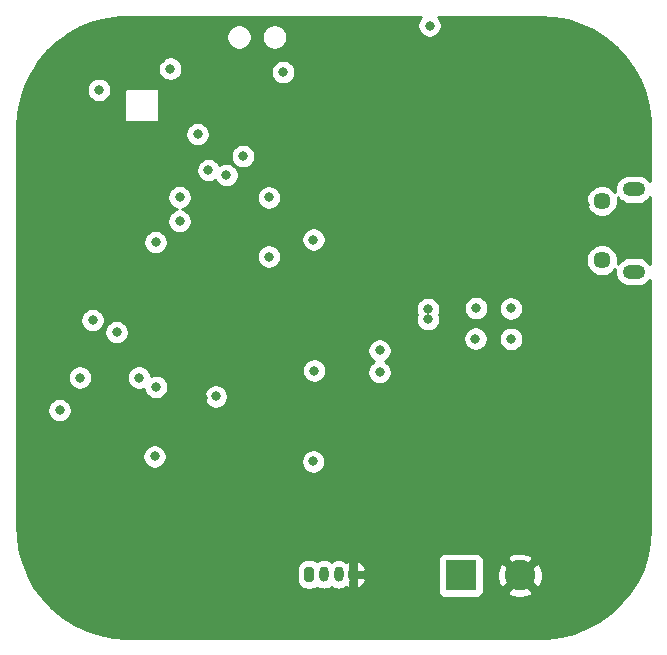
<source format=gbr>
%TF.GenerationSoftware,KiCad,Pcbnew,(5.1.10)-1*%
%TF.CreationDate,2021-09-20T20:27:13+02:00*%
%TF.ProjectId,STM32F405RG +  Gyro + I2C,53544d33-3246-4343-9035-5247202b2020,rev?*%
%TF.SameCoordinates,Original*%
%TF.FileFunction,Copper,L2,Inr*%
%TF.FilePolarity,Positive*%
%FSLAX46Y46*%
G04 Gerber Fmt 4.6, Leading zero omitted, Abs format (unit mm)*
G04 Created by KiCad (PCBNEW (5.1.10)-1) date 2021-09-20 20:27:13*
%MOMM*%
%LPD*%
G01*
G04 APERTURE LIST*
%TA.AperFunction,ComponentPad*%
%ADD10O,1.900000X1.200000*%
%TD*%
%TA.AperFunction,ComponentPad*%
%ADD11C,1.450000*%
%TD*%
%TA.AperFunction,ComponentPad*%
%ADD12C,2.600000*%
%TD*%
%TA.AperFunction,ComponentPad*%
%ADD13R,2.600000X2.600000*%
%TD*%
%TA.AperFunction,ComponentPad*%
%ADD14O,0.800000X1.300000*%
%TD*%
%TA.AperFunction,ViaPad*%
%ADD15C,0.800000*%
%TD*%
%TA.AperFunction,Conductor*%
%ADD16C,0.254000*%
%TD*%
%TA.AperFunction,Conductor*%
%ADD17C,0.100000*%
%TD*%
G04 APERTURE END LIST*
D10*
%TO.N,Net-(J1-Pad6)*%
%TO.C,J1*%
X177900000Y-92800000D03*
X177900000Y-99800000D03*
D11*
X175200000Y-93800000D03*
X175200000Y-98800000D03*
%TD*%
D12*
%TO.N,GND*%
%TO.C,J4*%
X168250000Y-125500000D03*
D13*
%TO.N,+12V*%
X163250000Y-125500000D03*
%TD*%
%TO.N,+3V3*%
%TO.C,J2*%
%TA.AperFunction,ComponentPad*%
G36*
G01*
X150010000Y-125870000D02*
X150010000Y-124970000D01*
G75*
G02*
X150210000Y-124770000I200000J0D01*
G01*
X150610000Y-124770000D01*
G75*
G02*
X150810000Y-124970000I0J-200000D01*
G01*
X150810000Y-125870000D01*
G75*
G02*
X150610000Y-126070000I-200000J0D01*
G01*
X150210000Y-126070000D01*
G75*
G02*
X150010000Y-125870000I0J200000D01*
G01*
G37*
%TD.AperFunction*%
D14*
%TO.N,USART_TX*%
X151660000Y-125420000D03*
%TO.N,USART_RX*%
X152910000Y-125420000D03*
%TO.N,GND*%
X154160000Y-125420000D03*
%TD*%
D15*
%TO.N,GND*%
X163175000Y-102050000D03*
X163175000Y-99350000D03*
X136110000Y-101960000D03*
X136660000Y-111230000D03*
X137420000Y-111930000D03*
X141450000Y-110500000D03*
X140810000Y-109580000D03*
X152450000Y-107410000D03*
X151740000Y-106690000D03*
X151260000Y-109810000D03*
X150400000Y-110700000D03*
X150770000Y-114300000D03*
X153900000Y-96150000D03*
X153000000Y-95350000D03*
X158520000Y-104830000D03*
X158530000Y-102160000D03*
X159000000Y-110350000D03*
X156190000Y-115900000D03*
X155290000Y-115060000D03*
X161290000Y-117470000D03*
X161290000Y-115450000D03*
X165530000Y-114920000D03*
X163450000Y-114900000D03*
X169480000Y-113820000D03*
X170310000Y-114760000D03*
X143710000Y-82880000D03*
X133330000Y-89600000D03*
X134220000Y-90520000D03*
X137010000Y-80890000D03*
X137860000Y-81810000D03*
X169550000Y-94360000D03*
X137400000Y-101980000D03*
X134280000Y-82150000D03*
X139350000Y-87010000D03*
X131850000Y-86100000D03*
X132600000Y-86790000D03*
X148750000Y-87190000D03*
X131680000Y-100700000D03*
X134980000Y-97040000D03*
X137810000Y-93480000D03*
X137830000Y-95320000D03*
X141850000Y-93400000D03*
X172950000Y-95000000D03*
X172950000Y-94150000D03*
X173800000Y-95000000D03*
X173800000Y-94150000D03*
X158030000Y-78950000D03*
X159300000Y-78950000D03*
X155490000Y-78940000D03*
%TO.N,+3V3*%
X160610000Y-78950000D03*
X141880000Y-91190000D03*
X132600000Y-84390000D03*
X150770000Y-97060000D03*
X150760000Y-115850000D03*
X148210000Y-82880000D03*
X138650000Y-82600000D03*
X140970000Y-88138000D03*
X167510000Y-105470000D03*
X164490000Y-105460000D03*
X164540000Y-102880000D03*
X167490000Y-102890000D03*
X160470000Y-102950000D03*
X160460000Y-103800000D03*
X156380000Y-108300000D03*
X156380000Y-106450000D03*
X142500000Y-110350000D03*
X137430000Y-109530000D03*
X137330000Y-115430000D03*
X129286000Y-111506000D03*
X134112000Y-104902000D03*
X132080000Y-103886000D03*
X137414000Y-97282000D03*
X139446000Y-95504000D03*
X139446000Y-93472000D03*
X150830000Y-108160000D03*
%TO.N,TIM2_CH3*%
X131000000Y-108750000D03*
X136000000Y-108750000D03*
%TO.N,BOOT0*%
X144800000Y-90000000D03*
X143400000Y-91600000D03*
%TO.N,NRST*%
X147000000Y-98500000D03*
X147000000Y-93500000D03*
%TD*%
D16*
%TO.N,GND*%
X159806063Y-78290226D02*
X159692795Y-78459744D01*
X159614774Y-78648102D01*
X159575000Y-78848061D01*
X159575000Y-79051939D01*
X159614774Y-79251898D01*
X159692795Y-79440256D01*
X159806063Y-79609774D01*
X159950226Y-79753937D01*
X160119744Y-79867205D01*
X160308102Y-79945226D01*
X160508061Y-79985000D01*
X160711939Y-79985000D01*
X160911898Y-79945226D01*
X161100256Y-79867205D01*
X161269774Y-79753937D01*
X161413937Y-79609774D01*
X161527205Y-79440256D01*
X161605226Y-79251898D01*
X161645000Y-79051939D01*
X161645000Y-78848061D01*
X161605226Y-78648102D01*
X161527205Y-78459744D01*
X161413937Y-78290226D01*
X161333711Y-78210000D01*
X169977687Y-78210000D01*
X171164170Y-78284647D01*
X172309981Y-78503222D01*
X173419362Y-78863682D01*
X174474813Y-79360339D01*
X175459703Y-79985370D01*
X176358480Y-80728903D01*
X177156987Y-81579228D01*
X177842621Y-82522922D01*
X178404575Y-83545110D01*
X178833979Y-84629662D01*
X179124071Y-85759494D01*
X179271669Y-86927864D01*
X179290000Y-87511165D01*
X179290000Y-92125831D01*
X179281833Y-92110551D01*
X179127502Y-91922498D01*
X178939449Y-91768167D01*
X178724901Y-91653489D01*
X178492102Y-91582870D01*
X178310665Y-91565000D01*
X177489335Y-91565000D01*
X177307898Y-91582870D01*
X177075099Y-91653489D01*
X176860551Y-91768167D01*
X176672498Y-91922498D01*
X176518167Y-92110551D01*
X176403489Y-92325099D01*
X176332870Y-92557898D01*
X176309025Y-92800000D01*
X176332870Y-93042102D01*
X176335883Y-93052035D01*
X176256381Y-92933051D01*
X176066949Y-92743619D01*
X175844201Y-92594784D01*
X175596697Y-92492264D01*
X175333948Y-92440000D01*
X175066052Y-92440000D01*
X174803303Y-92492264D01*
X174555799Y-92594784D01*
X174333051Y-92743619D01*
X174143619Y-92933051D01*
X173994784Y-93155799D01*
X173892264Y-93403303D01*
X173840000Y-93666052D01*
X173840000Y-93933948D01*
X173892264Y-94196697D01*
X173994784Y-94444201D01*
X174143619Y-94666949D01*
X174333051Y-94856381D01*
X174555799Y-95005216D01*
X174803303Y-95107736D01*
X175066052Y-95160000D01*
X175333948Y-95160000D01*
X175596697Y-95107736D01*
X175844201Y-95005216D01*
X176066949Y-94856381D01*
X176256381Y-94666949D01*
X176405216Y-94444201D01*
X176507736Y-94196697D01*
X176560000Y-93933948D01*
X176560000Y-93666052D01*
X176527016Y-93500232D01*
X176672498Y-93677502D01*
X176860551Y-93831833D01*
X177075099Y-93946511D01*
X177307898Y-94017130D01*
X177489335Y-94035000D01*
X178310665Y-94035000D01*
X178492102Y-94017130D01*
X178724901Y-93946511D01*
X178939449Y-93831833D01*
X179127502Y-93677502D01*
X179281833Y-93489449D01*
X179290000Y-93474169D01*
X179290000Y-99125831D01*
X179281833Y-99110551D01*
X179127502Y-98922498D01*
X178939449Y-98768167D01*
X178724901Y-98653489D01*
X178492102Y-98582870D01*
X178310665Y-98565000D01*
X177489335Y-98565000D01*
X177307898Y-98582870D01*
X177075099Y-98653489D01*
X176860551Y-98768167D01*
X176672498Y-98922498D01*
X176527016Y-99099768D01*
X176560000Y-98933948D01*
X176560000Y-98666052D01*
X176507736Y-98403303D01*
X176405216Y-98155799D01*
X176256381Y-97933051D01*
X176066949Y-97743619D01*
X175844201Y-97594784D01*
X175596697Y-97492264D01*
X175333948Y-97440000D01*
X175066052Y-97440000D01*
X174803303Y-97492264D01*
X174555799Y-97594784D01*
X174333051Y-97743619D01*
X174143619Y-97933051D01*
X173994784Y-98155799D01*
X173892264Y-98403303D01*
X173840000Y-98666052D01*
X173840000Y-98933948D01*
X173892264Y-99196697D01*
X173994784Y-99444201D01*
X174143619Y-99666949D01*
X174333051Y-99856381D01*
X174555799Y-100005216D01*
X174803303Y-100107736D01*
X175066052Y-100160000D01*
X175333948Y-100160000D01*
X175596697Y-100107736D01*
X175844201Y-100005216D01*
X176066949Y-99856381D01*
X176256381Y-99666949D01*
X176335883Y-99547965D01*
X176332870Y-99557898D01*
X176309025Y-99800000D01*
X176332870Y-100042102D01*
X176403489Y-100274901D01*
X176518167Y-100489449D01*
X176672498Y-100677502D01*
X176860551Y-100831833D01*
X177075099Y-100946511D01*
X177307898Y-101017130D01*
X177489335Y-101035000D01*
X178310665Y-101035000D01*
X178492102Y-101017130D01*
X178724901Y-100946511D01*
X178939449Y-100831833D01*
X179127502Y-100677502D01*
X179281833Y-100489449D01*
X179290000Y-100474169D01*
X179290001Y-121477671D01*
X179215353Y-122664169D01*
X178996778Y-123809981D01*
X178636318Y-124919362D01*
X178139661Y-125974813D01*
X177514630Y-126959703D01*
X176771096Y-127858480D01*
X175920773Y-128656987D01*
X174977078Y-129342621D01*
X173954888Y-129904576D01*
X172870338Y-130333979D01*
X171740505Y-130624071D01*
X170572146Y-130771668D01*
X169988835Y-130790000D01*
X135022313Y-130790000D01*
X133835831Y-130715353D01*
X132690019Y-130496778D01*
X131580638Y-130136318D01*
X130525187Y-129639661D01*
X129540297Y-129014630D01*
X128641520Y-128271096D01*
X127843013Y-127420773D01*
X127157379Y-126477078D01*
X126595424Y-125454888D01*
X126403444Y-124970000D01*
X149371928Y-124970000D01*
X149371928Y-125870000D01*
X149388031Y-126033500D01*
X149435722Y-126190716D01*
X149513169Y-126335608D01*
X149617394Y-126462606D01*
X149744392Y-126566831D01*
X149889284Y-126644278D01*
X150046500Y-126691969D01*
X150210000Y-126708072D01*
X150610000Y-126708072D01*
X150773500Y-126691969D01*
X150930716Y-126644278D01*
X151075608Y-126566831D01*
X151101894Y-126545259D01*
X151262008Y-126630841D01*
X151457106Y-126690024D01*
X151660000Y-126710007D01*
X151862895Y-126690024D01*
X152057993Y-126630841D01*
X152237797Y-126534734D01*
X152285001Y-126495995D01*
X152332204Y-126534734D01*
X152512008Y-126630841D01*
X152707106Y-126690024D01*
X152910000Y-126710007D01*
X153112895Y-126690024D01*
X153307993Y-126630841D01*
X153487797Y-126534734D01*
X153536707Y-126494595D01*
X153549885Y-126506351D01*
X153724772Y-126609308D01*
X153757860Y-126623682D01*
X153912000Y-126510423D01*
X153912000Y-125932310D01*
X153930024Y-125872894D01*
X153945000Y-125720837D01*
X153945000Y-125668000D01*
X154408000Y-125668000D01*
X154408000Y-126510423D01*
X154562140Y-126623682D01*
X154595228Y-126609308D01*
X154770115Y-126506351D01*
X154921556Y-126371253D01*
X155043731Y-126209206D01*
X155131944Y-126026438D01*
X155182806Y-125829972D01*
X155036489Y-125668000D01*
X154408000Y-125668000D01*
X153945000Y-125668000D01*
X153945000Y-125119162D01*
X153930024Y-124967105D01*
X153912000Y-124907689D01*
X153912000Y-124329577D01*
X154408000Y-124329577D01*
X154408000Y-125172000D01*
X155036489Y-125172000D01*
X155182806Y-125010028D01*
X155131944Y-124813562D01*
X155043731Y-124630794D01*
X154921556Y-124468747D01*
X154770115Y-124333649D01*
X154595228Y-124230692D01*
X154562140Y-124216318D01*
X154408000Y-124329577D01*
X153912000Y-124329577D01*
X153757860Y-124216318D01*
X153724772Y-124230692D01*
X153549885Y-124333649D01*
X153536707Y-124345405D01*
X153487797Y-124305266D01*
X153307992Y-124209159D01*
X153277800Y-124200000D01*
X161311928Y-124200000D01*
X161311928Y-126800000D01*
X161324188Y-126924482D01*
X161360498Y-127044180D01*
X161419463Y-127154494D01*
X161498815Y-127251185D01*
X161595506Y-127330537D01*
X161705820Y-127389502D01*
X161825518Y-127425812D01*
X161950000Y-127438072D01*
X164550000Y-127438072D01*
X164674482Y-127425812D01*
X164794180Y-127389502D01*
X164904494Y-127330537D01*
X165001185Y-127251185D01*
X165080537Y-127154494D01*
X165139502Y-127044180D01*
X165175429Y-126925744D01*
X167174981Y-126925744D01*
X167317103Y-127205945D01*
X167667842Y-127355165D01*
X168040953Y-127433092D01*
X168422097Y-127436732D01*
X168796627Y-127365943D01*
X169150152Y-127223448D01*
X169182897Y-127205945D01*
X169325019Y-126925744D01*
X168250000Y-125850725D01*
X167174981Y-126925744D01*
X165175429Y-126925744D01*
X165175812Y-126924482D01*
X165188072Y-126800000D01*
X165188072Y-125672097D01*
X166313268Y-125672097D01*
X166384057Y-126046627D01*
X166526552Y-126400152D01*
X166544055Y-126432897D01*
X166824256Y-126575019D01*
X167899275Y-125500000D01*
X168600725Y-125500000D01*
X169675744Y-126575019D01*
X169955945Y-126432897D01*
X170105165Y-126082158D01*
X170183092Y-125709047D01*
X170186732Y-125327903D01*
X170115943Y-124953373D01*
X169973448Y-124599848D01*
X169955945Y-124567103D01*
X169675744Y-124424981D01*
X168600725Y-125500000D01*
X167899275Y-125500000D01*
X166824256Y-124424981D01*
X166544055Y-124567103D01*
X166394835Y-124917842D01*
X166316908Y-125290953D01*
X166313268Y-125672097D01*
X165188072Y-125672097D01*
X165188072Y-124200000D01*
X165175812Y-124075518D01*
X165175430Y-124074256D01*
X167174981Y-124074256D01*
X168250000Y-125149275D01*
X169325019Y-124074256D01*
X169182897Y-123794055D01*
X168832158Y-123644835D01*
X168459047Y-123566908D01*
X168077903Y-123563268D01*
X167703373Y-123634057D01*
X167349848Y-123776552D01*
X167317103Y-123794055D01*
X167174981Y-124074256D01*
X165175430Y-124074256D01*
X165139502Y-123955820D01*
X165080537Y-123845506D01*
X165001185Y-123748815D01*
X164904494Y-123669463D01*
X164794180Y-123610498D01*
X164674482Y-123574188D01*
X164550000Y-123561928D01*
X161950000Y-123561928D01*
X161825518Y-123574188D01*
X161705820Y-123610498D01*
X161595506Y-123669463D01*
X161498815Y-123748815D01*
X161419463Y-123845506D01*
X161360498Y-123955820D01*
X161324188Y-124075518D01*
X161311928Y-124200000D01*
X153277800Y-124200000D01*
X153112894Y-124149976D01*
X152910000Y-124129993D01*
X152707105Y-124149976D01*
X152512007Y-124209159D01*
X152332203Y-124305266D01*
X152285000Y-124344004D01*
X152237797Y-124305266D01*
X152057992Y-124209159D01*
X151862894Y-124149976D01*
X151660000Y-124129993D01*
X151457105Y-124149976D01*
X151262007Y-124209159D01*
X151101894Y-124294741D01*
X151075608Y-124273169D01*
X150930716Y-124195722D01*
X150773500Y-124148031D01*
X150610000Y-124131928D01*
X150210000Y-124131928D01*
X150046500Y-124148031D01*
X149889284Y-124195722D01*
X149744392Y-124273169D01*
X149617394Y-124377394D01*
X149513169Y-124504392D01*
X149435722Y-124649284D01*
X149388031Y-124806500D01*
X149371928Y-124970000D01*
X126403444Y-124970000D01*
X126166021Y-124370338D01*
X125875929Y-123240505D01*
X125728332Y-122072146D01*
X125710000Y-121488835D01*
X125710000Y-115328061D01*
X136295000Y-115328061D01*
X136295000Y-115531939D01*
X136334774Y-115731898D01*
X136412795Y-115920256D01*
X136526063Y-116089774D01*
X136670226Y-116233937D01*
X136839744Y-116347205D01*
X137028102Y-116425226D01*
X137228061Y-116465000D01*
X137431939Y-116465000D01*
X137631898Y-116425226D01*
X137820256Y-116347205D01*
X137989774Y-116233937D01*
X138133937Y-116089774D01*
X138247205Y-115920256D01*
X138318531Y-115748061D01*
X149725000Y-115748061D01*
X149725000Y-115951939D01*
X149764774Y-116151898D01*
X149842795Y-116340256D01*
X149956063Y-116509774D01*
X150100226Y-116653937D01*
X150269744Y-116767205D01*
X150458102Y-116845226D01*
X150658061Y-116885000D01*
X150861939Y-116885000D01*
X151061898Y-116845226D01*
X151250256Y-116767205D01*
X151419774Y-116653937D01*
X151563937Y-116509774D01*
X151677205Y-116340256D01*
X151755226Y-116151898D01*
X151795000Y-115951939D01*
X151795000Y-115748061D01*
X151755226Y-115548102D01*
X151677205Y-115359744D01*
X151563937Y-115190226D01*
X151419774Y-115046063D01*
X151250256Y-114932795D01*
X151061898Y-114854774D01*
X150861939Y-114815000D01*
X150658061Y-114815000D01*
X150458102Y-114854774D01*
X150269744Y-114932795D01*
X150100226Y-115046063D01*
X149956063Y-115190226D01*
X149842795Y-115359744D01*
X149764774Y-115548102D01*
X149725000Y-115748061D01*
X138318531Y-115748061D01*
X138325226Y-115731898D01*
X138365000Y-115531939D01*
X138365000Y-115328061D01*
X138325226Y-115128102D01*
X138247205Y-114939744D01*
X138133937Y-114770226D01*
X137989774Y-114626063D01*
X137820256Y-114512795D01*
X137631898Y-114434774D01*
X137431939Y-114395000D01*
X137228061Y-114395000D01*
X137028102Y-114434774D01*
X136839744Y-114512795D01*
X136670226Y-114626063D01*
X136526063Y-114770226D01*
X136412795Y-114939744D01*
X136334774Y-115128102D01*
X136295000Y-115328061D01*
X125710000Y-115328061D01*
X125710000Y-111404061D01*
X128251000Y-111404061D01*
X128251000Y-111607939D01*
X128290774Y-111807898D01*
X128368795Y-111996256D01*
X128482063Y-112165774D01*
X128626226Y-112309937D01*
X128795744Y-112423205D01*
X128984102Y-112501226D01*
X129184061Y-112541000D01*
X129387939Y-112541000D01*
X129587898Y-112501226D01*
X129776256Y-112423205D01*
X129945774Y-112309937D01*
X130089937Y-112165774D01*
X130203205Y-111996256D01*
X130281226Y-111807898D01*
X130321000Y-111607939D01*
X130321000Y-111404061D01*
X130281226Y-111204102D01*
X130203205Y-111015744D01*
X130089937Y-110846226D01*
X129945774Y-110702063D01*
X129776256Y-110588795D01*
X129587898Y-110510774D01*
X129387939Y-110471000D01*
X129184061Y-110471000D01*
X128984102Y-110510774D01*
X128795744Y-110588795D01*
X128626226Y-110702063D01*
X128482063Y-110846226D01*
X128368795Y-111015744D01*
X128290774Y-111204102D01*
X128251000Y-111404061D01*
X125710000Y-111404061D01*
X125710000Y-108648061D01*
X129965000Y-108648061D01*
X129965000Y-108851939D01*
X130004774Y-109051898D01*
X130082795Y-109240256D01*
X130196063Y-109409774D01*
X130340226Y-109553937D01*
X130509744Y-109667205D01*
X130698102Y-109745226D01*
X130898061Y-109785000D01*
X131101939Y-109785000D01*
X131301898Y-109745226D01*
X131490256Y-109667205D01*
X131659774Y-109553937D01*
X131803937Y-109409774D01*
X131917205Y-109240256D01*
X131995226Y-109051898D01*
X132035000Y-108851939D01*
X132035000Y-108648061D01*
X134965000Y-108648061D01*
X134965000Y-108851939D01*
X135004774Y-109051898D01*
X135082795Y-109240256D01*
X135196063Y-109409774D01*
X135340226Y-109553937D01*
X135509744Y-109667205D01*
X135698102Y-109745226D01*
X135898061Y-109785000D01*
X136101939Y-109785000D01*
X136301898Y-109745226D01*
X136408732Y-109700974D01*
X136434774Y-109831898D01*
X136512795Y-110020256D01*
X136626063Y-110189774D01*
X136770226Y-110333937D01*
X136939744Y-110447205D01*
X137128102Y-110525226D01*
X137328061Y-110565000D01*
X137531939Y-110565000D01*
X137731898Y-110525226D01*
X137920256Y-110447205D01*
X138089774Y-110333937D01*
X138175650Y-110248061D01*
X141465000Y-110248061D01*
X141465000Y-110451939D01*
X141504774Y-110651898D01*
X141582795Y-110840256D01*
X141696063Y-111009774D01*
X141840226Y-111153937D01*
X142009744Y-111267205D01*
X142198102Y-111345226D01*
X142398061Y-111385000D01*
X142601939Y-111385000D01*
X142801898Y-111345226D01*
X142990256Y-111267205D01*
X143159774Y-111153937D01*
X143303937Y-111009774D01*
X143417205Y-110840256D01*
X143495226Y-110651898D01*
X143535000Y-110451939D01*
X143535000Y-110248061D01*
X143495226Y-110048102D01*
X143417205Y-109859744D01*
X143303937Y-109690226D01*
X143159774Y-109546063D01*
X142990256Y-109432795D01*
X142801898Y-109354774D01*
X142601939Y-109315000D01*
X142398061Y-109315000D01*
X142198102Y-109354774D01*
X142009744Y-109432795D01*
X141840226Y-109546063D01*
X141696063Y-109690226D01*
X141582795Y-109859744D01*
X141504774Y-110048102D01*
X141465000Y-110248061D01*
X138175650Y-110248061D01*
X138233937Y-110189774D01*
X138347205Y-110020256D01*
X138425226Y-109831898D01*
X138465000Y-109631939D01*
X138465000Y-109428061D01*
X138425226Y-109228102D01*
X138347205Y-109039744D01*
X138233937Y-108870226D01*
X138089774Y-108726063D01*
X137920256Y-108612795D01*
X137731898Y-108534774D01*
X137531939Y-108495000D01*
X137328061Y-108495000D01*
X137128102Y-108534774D01*
X137021268Y-108579026D01*
X136995226Y-108448102D01*
X136917205Y-108259744D01*
X136803937Y-108090226D01*
X136771772Y-108058061D01*
X149795000Y-108058061D01*
X149795000Y-108261939D01*
X149834774Y-108461898D01*
X149912795Y-108650256D01*
X150026063Y-108819774D01*
X150170226Y-108963937D01*
X150339744Y-109077205D01*
X150528102Y-109155226D01*
X150728061Y-109195000D01*
X150931939Y-109195000D01*
X151131898Y-109155226D01*
X151320256Y-109077205D01*
X151489774Y-108963937D01*
X151633937Y-108819774D01*
X151747205Y-108650256D01*
X151825226Y-108461898D01*
X151865000Y-108261939D01*
X151865000Y-108058061D01*
X151825226Y-107858102D01*
X151747205Y-107669744D01*
X151633937Y-107500226D01*
X151489774Y-107356063D01*
X151320256Y-107242795D01*
X151131898Y-107164774D01*
X150931939Y-107125000D01*
X150728061Y-107125000D01*
X150528102Y-107164774D01*
X150339744Y-107242795D01*
X150170226Y-107356063D01*
X150026063Y-107500226D01*
X149912795Y-107669744D01*
X149834774Y-107858102D01*
X149795000Y-108058061D01*
X136771772Y-108058061D01*
X136659774Y-107946063D01*
X136490256Y-107832795D01*
X136301898Y-107754774D01*
X136101939Y-107715000D01*
X135898061Y-107715000D01*
X135698102Y-107754774D01*
X135509744Y-107832795D01*
X135340226Y-107946063D01*
X135196063Y-108090226D01*
X135082795Y-108259744D01*
X135004774Y-108448102D01*
X134965000Y-108648061D01*
X132035000Y-108648061D01*
X131995226Y-108448102D01*
X131917205Y-108259744D01*
X131803937Y-108090226D01*
X131659774Y-107946063D01*
X131490256Y-107832795D01*
X131301898Y-107754774D01*
X131101939Y-107715000D01*
X130898061Y-107715000D01*
X130698102Y-107754774D01*
X130509744Y-107832795D01*
X130340226Y-107946063D01*
X130196063Y-108090226D01*
X130082795Y-108259744D01*
X130004774Y-108448102D01*
X129965000Y-108648061D01*
X125710000Y-108648061D01*
X125710000Y-106348061D01*
X155345000Y-106348061D01*
X155345000Y-106551939D01*
X155384774Y-106751898D01*
X155462795Y-106940256D01*
X155576063Y-107109774D01*
X155720226Y-107253937D01*
X155889744Y-107367205D01*
X155908563Y-107375000D01*
X155889744Y-107382795D01*
X155720226Y-107496063D01*
X155576063Y-107640226D01*
X155462795Y-107809744D01*
X155384774Y-107998102D01*
X155345000Y-108198061D01*
X155345000Y-108401939D01*
X155384774Y-108601898D01*
X155462795Y-108790256D01*
X155576063Y-108959774D01*
X155720226Y-109103937D01*
X155889744Y-109217205D01*
X156078102Y-109295226D01*
X156278061Y-109335000D01*
X156481939Y-109335000D01*
X156681898Y-109295226D01*
X156870256Y-109217205D01*
X157039774Y-109103937D01*
X157183937Y-108959774D01*
X157297205Y-108790256D01*
X157375226Y-108601898D01*
X157415000Y-108401939D01*
X157415000Y-108198061D01*
X157375226Y-107998102D01*
X157297205Y-107809744D01*
X157183937Y-107640226D01*
X157039774Y-107496063D01*
X156870256Y-107382795D01*
X156851437Y-107375000D01*
X156870256Y-107367205D01*
X157039774Y-107253937D01*
X157183937Y-107109774D01*
X157297205Y-106940256D01*
X157375226Y-106751898D01*
X157415000Y-106551939D01*
X157415000Y-106348061D01*
X157375226Y-106148102D01*
X157297205Y-105959744D01*
X157183937Y-105790226D01*
X157039774Y-105646063D01*
X156870256Y-105532795D01*
X156681898Y-105454774D01*
X156481939Y-105415000D01*
X156278061Y-105415000D01*
X156078102Y-105454774D01*
X155889744Y-105532795D01*
X155720226Y-105646063D01*
X155576063Y-105790226D01*
X155462795Y-105959744D01*
X155384774Y-106148102D01*
X155345000Y-106348061D01*
X125710000Y-106348061D01*
X125710000Y-103784061D01*
X131045000Y-103784061D01*
X131045000Y-103987939D01*
X131084774Y-104187898D01*
X131162795Y-104376256D01*
X131276063Y-104545774D01*
X131420226Y-104689937D01*
X131589744Y-104803205D01*
X131778102Y-104881226D01*
X131978061Y-104921000D01*
X132181939Y-104921000D01*
X132381898Y-104881226D01*
X132570256Y-104803205D01*
X132574961Y-104800061D01*
X133077000Y-104800061D01*
X133077000Y-105003939D01*
X133116774Y-105203898D01*
X133194795Y-105392256D01*
X133308063Y-105561774D01*
X133452226Y-105705937D01*
X133621744Y-105819205D01*
X133810102Y-105897226D01*
X134010061Y-105937000D01*
X134213939Y-105937000D01*
X134413898Y-105897226D01*
X134602256Y-105819205D01*
X134771774Y-105705937D01*
X134915937Y-105561774D01*
X135029205Y-105392256D01*
X135043369Y-105358061D01*
X163455000Y-105358061D01*
X163455000Y-105561939D01*
X163494774Y-105761898D01*
X163572795Y-105950256D01*
X163686063Y-106119774D01*
X163830226Y-106263937D01*
X163999744Y-106377205D01*
X164188102Y-106455226D01*
X164388061Y-106495000D01*
X164591939Y-106495000D01*
X164791898Y-106455226D01*
X164980256Y-106377205D01*
X165149774Y-106263937D01*
X165293937Y-106119774D01*
X165407205Y-105950256D01*
X165485226Y-105761898D01*
X165525000Y-105561939D01*
X165525000Y-105368061D01*
X166475000Y-105368061D01*
X166475000Y-105571939D01*
X166514774Y-105771898D01*
X166592795Y-105960256D01*
X166706063Y-106129774D01*
X166850226Y-106273937D01*
X167019744Y-106387205D01*
X167208102Y-106465226D01*
X167408061Y-106505000D01*
X167611939Y-106505000D01*
X167811898Y-106465226D01*
X168000256Y-106387205D01*
X168169774Y-106273937D01*
X168313937Y-106129774D01*
X168427205Y-105960256D01*
X168505226Y-105771898D01*
X168545000Y-105571939D01*
X168545000Y-105368061D01*
X168505226Y-105168102D01*
X168427205Y-104979744D01*
X168313937Y-104810226D01*
X168169774Y-104666063D01*
X168000256Y-104552795D01*
X167811898Y-104474774D01*
X167611939Y-104435000D01*
X167408061Y-104435000D01*
X167208102Y-104474774D01*
X167019744Y-104552795D01*
X166850226Y-104666063D01*
X166706063Y-104810226D01*
X166592795Y-104979744D01*
X166514774Y-105168102D01*
X166475000Y-105368061D01*
X165525000Y-105368061D01*
X165525000Y-105358061D01*
X165485226Y-105158102D01*
X165407205Y-104969744D01*
X165293937Y-104800226D01*
X165149774Y-104656063D01*
X164980256Y-104542795D01*
X164791898Y-104464774D01*
X164591939Y-104425000D01*
X164388061Y-104425000D01*
X164188102Y-104464774D01*
X163999744Y-104542795D01*
X163830226Y-104656063D01*
X163686063Y-104800226D01*
X163572795Y-104969744D01*
X163494774Y-105158102D01*
X163455000Y-105358061D01*
X135043369Y-105358061D01*
X135107226Y-105203898D01*
X135147000Y-105003939D01*
X135147000Y-104800061D01*
X135107226Y-104600102D01*
X135029205Y-104411744D01*
X134915937Y-104242226D01*
X134771774Y-104098063D01*
X134602256Y-103984795D01*
X134413898Y-103906774D01*
X134213939Y-103867000D01*
X134010061Y-103867000D01*
X133810102Y-103906774D01*
X133621744Y-103984795D01*
X133452226Y-104098063D01*
X133308063Y-104242226D01*
X133194795Y-104411744D01*
X133116774Y-104600102D01*
X133077000Y-104800061D01*
X132574961Y-104800061D01*
X132739774Y-104689937D01*
X132883937Y-104545774D01*
X132997205Y-104376256D01*
X133075226Y-104187898D01*
X133115000Y-103987939D01*
X133115000Y-103784061D01*
X133097894Y-103698061D01*
X159425000Y-103698061D01*
X159425000Y-103901939D01*
X159464774Y-104101898D01*
X159542795Y-104290256D01*
X159656063Y-104459774D01*
X159800226Y-104603937D01*
X159969744Y-104717205D01*
X160158102Y-104795226D01*
X160358061Y-104835000D01*
X160561939Y-104835000D01*
X160761898Y-104795226D01*
X160950256Y-104717205D01*
X161119774Y-104603937D01*
X161263937Y-104459774D01*
X161377205Y-104290256D01*
X161455226Y-104101898D01*
X161495000Y-103901939D01*
X161495000Y-103698061D01*
X161455226Y-103498102D01*
X161409235Y-103387071D01*
X161465226Y-103251898D01*
X161505000Y-103051939D01*
X161505000Y-102848061D01*
X161491077Y-102778061D01*
X163505000Y-102778061D01*
X163505000Y-102981939D01*
X163544774Y-103181898D01*
X163622795Y-103370256D01*
X163736063Y-103539774D01*
X163880226Y-103683937D01*
X164049744Y-103797205D01*
X164238102Y-103875226D01*
X164438061Y-103915000D01*
X164641939Y-103915000D01*
X164841898Y-103875226D01*
X165030256Y-103797205D01*
X165199774Y-103683937D01*
X165343937Y-103539774D01*
X165457205Y-103370256D01*
X165535226Y-103181898D01*
X165575000Y-102981939D01*
X165575000Y-102788061D01*
X166455000Y-102788061D01*
X166455000Y-102991939D01*
X166494774Y-103191898D01*
X166572795Y-103380256D01*
X166686063Y-103549774D01*
X166830226Y-103693937D01*
X166999744Y-103807205D01*
X167188102Y-103885226D01*
X167388061Y-103925000D01*
X167591939Y-103925000D01*
X167791898Y-103885226D01*
X167980256Y-103807205D01*
X168149774Y-103693937D01*
X168293937Y-103549774D01*
X168407205Y-103380256D01*
X168485226Y-103191898D01*
X168525000Y-102991939D01*
X168525000Y-102788061D01*
X168485226Y-102588102D01*
X168407205Y-102399744D01*
X168293937Y-102230226D01*
X168149774Y-102086063D01*
X167980256Y-101972795D01*
X167791898Y-101894774D01*
X167591939Y-101855000D01*
X167388061Y-101855000D01*
X167188102Y-101894774D01*
X166999744Y-101972795D01*
X166830226Y-102086063D01*
X166686063Y-102230226D01*
X166572795Y-102399744D01*
X166494774Y-102588102D01*
X166455000Y-102788061D01*
X165575000Y-102788061D01*
X165575000Y-102778061D01*
X165535226Y-102578102D01*
X165457205Y-102389744D01*
X165343937Y-102220226D01*
X165199774Y-102076063D01*
X165030256Y-101962795D01*
X164841898Y-101884774D01*
X164641939Y-101845000D01*
X164438061Y-101845000D01*
X164238102Y-101884774D01*
X164049744Y-101962795D01*
X163880226Y-102076063D01*
X163736063Y-102220226D01*
X163622795Y-102389744D01*
X163544774Y-102578102D01*
X163505000Y-102778061D01*
X161491077Y-102778061D01*
X161465226Y-102648102D01*
X161387205Y-102459744D01*
X161273937Y-102290226D01*
X161129774Y-102146063D01*
X160960256Y-102032795D01*
X160771898Y-101954774D01*
X160571939Y-101915000D01*
X160368061Y-101915000D01*
X160168102Y-101954774D01*
X159979744Y-102032795D01*
X159810226Y-102146063D01*
X159666063Y-102290226D01*
X159552795Y-102459744D01*
X159474774Y-102648102D01*
X159435000Y-102848061D01*
X159435000Y-103051939D01*
X159474774Y-103251898D01*
X159520765Y-103362929D01*
X159464774Y-103498102D01*
X159425000Y-103698061D01*
X133097894Y-103698061D01*
X133075226Y-103584102D01*
X132997205Y-103395744D01*
X132883937Y-103226226D01*
X132739774Y-103082063D01*
X132570256Y-102968795D01*
X132381898Y-102890774D01*
X132181939Y-102851000D01*
X131978061Y-102851000D01*
X131778102Y-102890774D01*
X131589744Y-102968795D01*
X131420226Y-103082063D01*
X131276063Y-103226226D01*
X131162795Y-103395744D01*
X131084774Y-103584102D01*
X131045000Y-103784061D01*
X125710000Y-103784061D01*
X125710000Y-98398061D01*
X145965000Y-98398061D01*
X145965000Y-98601939D01*
X146004774Y-98801898D01*
X146082795Y-98990256D01*
X146196063Y-99159774D01*
X146340226Y-99303937D01*
X146509744Y-99417205D01*
X146698102Y-99495226D01*
X146898061Y-99535000D01*
X147101939Y-99535000D01*
X147301898Y-99495226D01*
X147490256Y-99417205D01*
X147659774Y-99303937D01*
X147803937Y-99159774D01*
X147917205Y-98990256D01*
X147995226Y-98801898D01*
X148035000Y-98601939D01*
X148035000Y-98398061D01*
X147995226Y-98198102D01*
X147917205Y-98009744D01*
X147803937Y-97840226D01*
X147659774Y-97696063D01*
X147490256Y-97582795D01*
X147301898Y-97504774D01*
X147101939Y-97465000D01*
X146898061Y-97465000D01*
X146698102Y-97504774D01*
X146509744Y-97582795D01*
X146340226Y-97696063D01*
X146196063Y-97840226D01*
X146082795Y-98009744D01*
X146004774Y-98198102D01*
X145965000Y-98398061D01*
X125710000Y-98398061D01*
X125710000Y-97180061D01*
X136379000Y-97180061D01*
X136379000Y-97383939D01*
X136418774Y-97583898D01*
X136496795Y-97772256D01*
X136610063Y-97941774D01*
X136754226Y-98085937D01*
X136923744Y-98199205D01*
X137112102Y-98277226D01*
X137312061Y-98317000D01*
X137515939Y-98317000D01*
X137715898Y-98277226D01*
X137904256Y-98199205D01*
X138073774Y-98085937D01*
X138217937Y-97941774D01*
X138331205Y-97772256D01*
X138409226Y-97583898D01*
X138449000Y-97383939D01*
X138449000Y-97180061D01*
X138409226Y-96980102D01*
X138400097Y-96958061D01*
X149735000Y-96958061D01*
X149735000Y-97161939D01*
X149774774Y-97361898D01*
X149852795Y-97550256D01*
X149966063Y-97719774D01*
X150110226Y-97863937D01*
X150279744Y-97977205D01*
X150468102Y-98055226D01*
X150668061Y-98095000D01*
X150871939Y-98095000D01*
X151071898Y-98055226D01*
X151260256Y-97977205D01*
X151429774Y-97863937D01*
X151573937Y-97719774D01*
X151687205Y-97550256D01*
X151765226Y-97361898D01*
X151805000Y-97161939D01*
X151805000Y-96958061D01*
X151765226Y-96758102D01*
X151687205Y-96569744D01*
X151573937Y-96400226D01*
X151429774Y-96256063D01*
X151260256Y-96142795D01*
X151071898Y-96064774D01*
X150871939Y-96025000D01*
X150668061Y-96025000D01*
X150468102Y-96064774D01*
X150279744Y-96142795D01*
X150110226Y-96256063D01*
X149966063Y-96400226D01*
X149852795Y-96569744D01*
X149774774Y-96758102D01*
X149735000Y-96958061D01*
X138400097Y-96958061D01*
X138331205Y-96791744D01*
X138217937Y-96622226D01*
X138073774Y-96478063D01*
X137904256Y-96364795D01*
X137715898Y-96286774D01*
X137515939Y-96247000D01*
X137312061Y-96247000D01*
X137112102Y-96286774D01*
X136923744Y-96364795D01*
X136754226Y-96478063D01*
X136610063Y-96622226D01*
X136496795Y-96791744D01*
X136418774Y-96980102D01*
X136379000Y-97180061D01*
X125710000Y-97180061D01*
X125710000Y-93370061D01*
X138411000Y-93370061D01*
X138411000Y-93573939D01*
X138450774Y-93773898D01*
X138528795Y-93962256D01*
X138642063Y-94131774D01*
X138786226Y-94275937D01*
X138955744Y-94389205D01*
X139144102Y-94467226D01*
X139248541Y-94488000D01*
X139144102Y-94508774D01*
X138955744Y-94586795D01*
X138786226Y-94700063D01*
X138642063Y-94844226D01*
X138528795Y-95013744D01*
X138450774Y-95202102D01*
X138411000Y-95402061D01*
X138411000Y-95605939D01*
X138450774Y-95805898D01*
X138528795Y-95994256D01*
X138642063Y-96163774D01*
X138786226Y-96307937D01*
X138955744Y-96421205D01*
X139144102Y-96499226D01*
X139344061Y-96539000D01*
X139547939Y-96539000D01*
X139747898Y-96499226D01*
X139936256Y-96421205D01*
X140105774Y-96307937D01*
X140249937Y-96163774D01*
X140363205Y-95994256D01*
X140441226Y-95805898D01*
X140481000Y-95605939D01*
X140481000Y-95402061D01*
X140441226Y-95202102D01*
X140363205Y-95013744D01*
X140249937Y-94844226D01*
X140105774Y-94700063D01*
X139936256Y-94586795D01*
X139747898Y-94508774D01*
X139643459Y-94488000D01*
X139747898Y-94467226D01*
X139936256Y-94389205D01*
X140105774Y-94275937D01*
X140249937Y-94131774D01*
X140363205Y-93962256D01*
X140441226Y-93773898D01*
X140481000Y-93573939D01*
X140481000Y-93398061D01*
X145965000Y-93398061D01*
X145965000Y-93601939D01*
X146004774Y-93801898D01*
X146082795Y-93990256D01*
X146196063Y-94159774D01*
X146340226Y-94303937D01*
X146509744Y-94417205D01*
X146698102Y-94495226D01*
X146898061Y-94535000D01*
X147101939Y-94535000D01*
X147301898Y-94495226D01*
X147490256Y-94417205D01*
X147659774Y-94303937D01*
X147803937Y-94159774D01*
X147917205Y-93990256D01*
X147995226Y-93801898D01*
X148035000Y-93601939D01*
X148035000Y-93398061D01*
X147995226Y-93198102D01*
X147917205Y-93009744D01*
X147803937Y-92840226D01*
X147659774Y-92696063D01*
X147490256Y-92582795D01*
X147301898Y-92504774D01*
X147101939Y-92465000D01*
X146898061Y-92465000D01*
X146698102Y-92504774D01*
X146509744Y-92582795D01*
X146340226Y-92696063D01*
X146196063Y-92840226D01*
X146082795Y-93009744D01*
X146004774Y-93198102D01*
X145965000Y-93398061D01*
X140481000Y-93398061D01*
X140481000Y-93370061D01*
X140441226Y-93170102D01*
X140363205Y-92981744D01*
X140249937Y-92812226D01*
X140105774Y-92668063D01*
X139936256Y-92554795D01*
X139747898Y-92476774D01*
X139547939Y-92437000D01*
X139344061Y-92437000D01*
X139144102Y-92476774D01*
X138955744Y-92554795D01*
X138786226Y-92668063D01*
X138642063Y-92812226D01*
X138528795Y-92981744D01*
X138450774Y-93170102D01*
X138411000Y-93370061D01*
X125710000Y-93370061D01*
X125710000Y-91088061D01*
X140845000Y-91088061D01*
X140845000Y-91291939D01*
X140884774Y-91491898D01*
X140962795Y-91680256D01*
X141076063Y-91849774D01*
X141220226Y-91993937D01*
X141389744Y-92107205D01*
X141578102Y-92185226D01*
X141778061Y-92225000D01*
X141981939Y-92225000D01*
X142181898Y-92185226D01*
X142370256Y-92107205D01*
X142463898Y-92044635D01*
X142482795Y-92090256D01*
X142596063Y-92259774D01*
X142740226Y-92403937D01*
X142909744Y-92517205D01*
X143098102Y-92595226D01*
X143298061Y-92635000D01*
X143501939Y-92635000D01*
X143701898Y-92595226D01*
X143890256Y-92517205D01*
X144059774Y-92403937D01*
X144203937Y-92259774D01*
X144317205Y-92090256D01*
X144395226Y-91901898D01*
X144435000Y-91701939D01*
X144435000Y-91498061D01*
X144395226Y-91298102D01*
X144317205Y-91109744D01*
X144203937Y-90940226D01*
X144059774Y-90796063D01*
X143890256Y-90682795D01*
X143701898Y-90604774D01*
X143501939Y-90565000D01*
X143298061Y-90565000D01*
X143098102Y-90604774D01*
X142909744Y-90682795D01*
X142816102Y-90745365D01*
X142797205Y-90699744D01*
X142683937Y-90530226D01*
X142539774Y-90386063D01*
X142370256Y-90272795D01*
X142181898Y-90194774D01*
X141981939Y-90155000D01*
X141778061Y-90155000D01*
X141578102Y-90194774D01*
X141389744Y-90272795D01*
X141220226Y-90386063D01*
X141076063Y-90530226D01*
X140962795Y-90699744D01*
X140884774Y-90888102D01*
X140845000Y-91088061D01*
X125710000Y-91088061D01*
X125710000Y-89898061D01*
X143765000Y-89898061D01*
X143765000Y-90101939D01*
X143804774Y-90301898D01*
X143882795Y-90490256D01*
X143996063Y-90659774D01*
X144140226Y-90803937D01*
X144309744Y-90917205D01*
X144498102Y-90995226D01*
X144698061Y-91035000D01*
X144901939Y-91035000D01*
X145101898Y-90995226D01*
X145290256Y-90917205D01*
X145459774Y-90803937D01*
X145603937Y-90659774D01*
X145717205Y-90490256D01*
X145795226Y-90301898D01*
X145835000Y-90101939D01*
X145835000Y-89898061D01*
X145795226Y-89698102D01*
X145717205Y-89509744D01*
X145603937Y-89340226D01*
X145459774Y-89196063D01*
X145290256Y-89082795D01*
X145101898Y-89004774D01*
X144901939Y-88965000D01*
X144698061Y-88965000D01*
X144498102Y-89004774D01*
X144309744Y-89082795D01*
X144140226Y-89196063D01*
X143996063Y-89340226D01*
X143882795Y-89509744D01*
X143804774Y-89698102D01*
X143765000Y-89898061D01*
X125710000Y-89898061D01*
X125710000Y-88036061D01*
X139935000Y-88036061D01*
X139935000Y-88239939D01*
X139974774Y-88439898D01*
X140052795Y-88628256D01*
X140166063Y-88797774D01*
X140310226Y-88941937D01*
X140479744Y-89055205D01*
X140668102Y-89133226D01*
X140868061Y-89173000D01*
X141071939Y-89173000D01*
X141271898Y-89133226D01*
X141460256Y-89055205D01*
X141629774Y-88941937D01*
X141773937Y-88797774D01*
X141887205Y-88628256D01*
X141965226Y-88439898D01*
X142005000Y-88239939D01*
X142005000Y-88036061D01*
X141965226Y-87836102D01*
X141887205Y-87647744D01*
X141773937Y-87478226D01*
X141629774Y-87334063D01*
X141460256Y-87220795D01*
X141271898Y-87142774D01*
X141071939Y-87103000D01*
X140868061Y-87103000D01*
X140668102Y-87142774D01*
X140479744Y-87220795D01*
X140310226Y-87334063D01*
X140166063Y-87478226D01*
X140052795Y-87647744D01*
X139974774Y-87836102D01*
X139935000Y-88036061D01*
X125710000Y-88036061D01*
X125710000Y-87522313D01*
X125784647Y-86335830D01*
X126003222Y-85190019D01*
X126296286Y-84288061D01*
X131565000Y-84288061D01*
X131565000Y-84491939D01*
X131604774Y-84691898D01*
X131682795Y-84880256D01*
X131796063Y-85049774D01*
X131940226Y-85193937D01*
X132109744Y-85307205D01*
X132298102Y-85385226D01*
X132498061Y-85425000D01*
X132701939Y-85425000D01*
X132901898Y-85385226D01*
X133090256Y-85307205D01*
X133259774Y-85193937D01*
X133403937Y-85049774D01*
X133517205Y-84880256D01*
X133595226Y-84691898D01*
X133635000Y-84491939D01*
X133635000Y-84400000D01*
X134773000Y-84400000D01*
X134773000Y-87000000D01*
X134775440Y-87024776D01*
X134782667Y-87048601D01*
X134794403Y-87070557D01*
X134810197Y-87089803D01*
X134829443Y-87105597D01*
X134851399Y-87117333D01*
X134875224Y-87124560D01*
X134900000Y-87127000D01*
X137600000Y-87127000D01*
X137624776Y-87124560D01*
X137648601Y-87117333D01*
X137670557Y-87105597D01*
X137689803Y-87089803D01*
X137705597Y-87070557D01*
X137717333Y-87048601D01*
X137724560Y-87024776D01*
X137727000Y-87000000D01*
X137727000Y-84400000D01*
X137724560Y-84375224D01*
X137717333Y-84351399D01*
X137705597Y-84329443D01*
X137689803Y-84310197D01*
X137670557Y-84294403D01*
X137648601Y-84282667D01*
X137624776Y-84275440D01*
X137600000Y-84273000D01*
X134900000Y-84273000D01*
X134875224Y-84275440D01*
X134851399Y-84282667D01*
X134829443Y-84294403D01*
X134810197Y-84310197D01*
X134794403Y-84329443D01*
X134782667Y-84351399D01*
X134775440Y-84375224D01*
X134773000Y-84400000D01*
X133635000Y-84400000D01*
X133635000Y-84288061D01*
X133595226Y-84088102D01*
X133517205Y-83899744D01*
X133403937Y-83730226D01*
X133259774Y-83586063D01*
X133090256Y-83472795D01*
X132901898Y-83394774D01*
X132701939Y-83355000D01*
X132498061Y-83355000D01*
X132298102Y-83394774D01*
X132109744Y-83472795D01*
X131940226Y-83586063D01*
X131796063Y-83730226D01*
X131682795Y-83899744D01*
X131604774Y-84088102D01*
X131565000Y-84288061D01*
X126296286Y-84288061D01*
X126363682Y-84080638D01*
X126860339Y-83025187D01*
X127194863Y-82498061D01*
X137615000Y-82498061D01*
X137615000Y-82701939D01*
X137654774Y-82901898D01*
X137732795Y-83090256D01*
X137846063Y-83259774D01*
X137990226Y-83403937D01*
X138159744Y-83517205D01*
X138348102Y-83595226D01*
X138548061Y-83635000D01*
X138751939Y-83635000D01*
X138951898Y-83595226D01*
X139140256Y-83517205D01*
X139309774Y-83403937D01*
X139453937Y-83259774D01*
X139567205Y-83090256D01*
X139645226Y-82901898D01*
X139669858Y-82778061D01*
X147175000Y-82778061D01*
X147175000Y-82981939D01*
X147214774Y-83181898D01*
X147292795Y-83370256D01*
X147406063Y-83539774D01*
X147550226Y-83683937D01*
X147719744Y-83797205D01*
X147908102Y-83875226D01*
X148108061Y-83915000D01*
X148311939Y-83915000D01*
X148511898Y-83875226D01*
X148700256Y-83797205D01*
X148869774Y-83683937D01*
X149013937Y-83539774D01*
X149127205Y-83370256D01*
X149205226Y-83181898D01*
X149245000Y-82981939D01*
X149245000Y-82778061D01*
X149205226Y-82578102D01*
X149127205Y-82389744D01*
X149013937Y-82220226D01*
X148869774Y-82076063D01*
X148700256Y-81962795D01*
X148511898Y-81884774D01*
X148311939Y-81845000D01*
X148108061Y-81845000D01*
X147908102Y-81884774D01*
X147719744Y-81962795D01*
X147550226Y-82076063D01*
X147406063Y-82220226D01*
X147292795Y-82389744D01*
X147214774Y-82578102D01*
X147175000Y-82778061D01*
X139669858Y-82778061D01*
X139685000Y-82701939D01*
X139685000Y-82498061D01*
X139645226Y-82298102D01*
X139567205Y-82109744D01*
X139453937Y-81940226D01*
X139309774Y-81796063D01*
X139140256Y-81682795D01*
X138951898Y-81604774D01*
X138751939Y-81565000D01*
X138548061Y-81565000D01*
X138348102Y-81604774D01*
X138159744Y-81682795D01*
X137990226Y-81796063D01*
X137846063Y-81940226D01*
X137732795Y-82109744D01*
X137654774Y-82298102D01*
X137615000Y-82498061D01*
X127194863Y-82498061D01*
X127485370Y-82040297D01*
X128228903Y-81141520D01*
X129079228Y-80343013D01*
X129808539Y-79813137D01*
X143395000Y-79813137D01*
X143395000Y-80026863D01*
X143436696Y-80236483D01*
X143518485Y-80433940D01*
X143637225Y-80611647D01*
X143788353Y-80762775D01*
X143966060Y-80881515D01*
X144163517Y-80963304D01*
X144373137Y-81005000D01*
X144586863Y-81005000D01*
X144796483Y-80963304D01*
X144993940Y-80881515D01*
X145171647Y-80762775D01*
X145322775Y-80611647D01*
X145441515Y-80433940D01*
X145523304Y-80236483D01*
X145565000Y-80026863D01*
X145565000Y-79813137D01*
X146395000Y-79813137D01*
X146395000Y-80026863D01*
X146436696Y-80236483D01*
X146518485Y-80433940D01*
X146637225Y-80611647D01*
X146788353Y-80762775D01*
X146966060Y-80881515D01*
X147163517Y-80963304D01*
X147373137Y-81005000D01*
X147586863Y-81005000D01*
X147796483Y-80963304D01*
X147993940Y-80881515D01*
X148171647Y-80762775D01*
X148322775Y-80611647D01*
X148441515Y-80433940D01*
X148523304Y-80236483D01*
X148565000Y-80026863D01*
X148565000Y-79813137D01*
X148523304Y-79603517D01*
X148441515Y-79406060D01*
X148322775Y-79228353D01*
X148171647Y-79077225D01*
X147993940Y-78958485D01*
X147796483Y-78876696D01*
X147586863Y-78835000D01*
X147373137Y-78835000D01*
X147163517Y-78876696D01*
X146966060Y-78958485D01*
X146788353Y-79077225D01*
X146637225Y-79228353D01*
X146518485Y-79406060D01*
X146436696Y-79603517D01*
X146395000Y-79813137D01*
X145565000Y-79813137D01*
X145523304Y-79603517D01*
X145441515Y-79406060D01*
X145322775Y-79228353D01*
X145171647Y-79077225D01*
X144993940Y-78958485D01*
X144796483Y-78876696D01*
X144586863Y-78835000D01*
X144373137Y-78835000D01*
X144163517Y-78876696D01*
X143966060Y-78958485D01*
X143788353Y-79077225D01*
X143637225Y-79228353D01*
X143518485Y-79406060D01*
X143436696Y-79603517D01*
X143395000Y-79813137D01*
X129808539Y-79813137D01*
X130022922Y-79657379D01*
X131045110Y-79095425D01*
X132129662Y-78666021D01*
X133259494Y-78375929D01*
X134427864Y-78228331D01*
X135011165Y-78210000D01*
X159886289Y-78210000D01*
X159806063Y-78290226D01*
%TA.AperFunction,Conductor*%
D17*
G36*
X159806063Y-78290226D02*
G01*
X159692795Y-78459744D01*
X159614774Y-78648102D01*
X159575000Y-78848061D01*
X159575000Y-79051939D01*
X159614774Y-79251898D01*
X159692795Y-79440256D01*
X159806063Y-79609774D01*
X159950226Y-79753937D01*
X160119744Y-79867205D01*
X160308102Y-79945226D01*
X160508061Y-79985000D01*
X160711939Y-79985000D01*
X160911898Y-79945226D01*
X161100256Y-79867205D01*
X161269774Y-79753937D01*
X161413937Y-79609774D01*
X161527205Y-79440256D01*
X161605226Y-79251898D01*
X161645000Y-79051939D01*
X161645000Y-78848061D01*
X161605226Y-78648102D01*
X161527205Y-78459744D01*
X161413937Y-78290226D01*
X161333711Y-78210000D01*
X169977687Y-78210000D01*
X171164170Y-78284647D01*
X172309981Y-78503222D01*
X173419362Y-78863682D01*
X174474813Y-79360339D01*
X175459703Y-79985370D01*
X176358480Y-80728903D01*
X177156987Y-81579228D01*
X177842621Y-82522922D01*
X178404575Y-83545110D01*
X178833979Y-84629662D01*
X179124071Y-85759494D01*
X179271669Y-86927864D01*
X179290000Y-87511165D01*
X179290000Y-92125831D01*
X179281833Y-92110551D01*
X179127502Y-91922498D01*
X178939449Y-91768167D01*
X178724901Y-91653489D01*
X178492102Y-91582870D01*
X178310665Y-91565000D01*
X177489335Y-91565000D01*
X177307898Y-91582870D01*
X177075099Y-91653489D01*
X176860551Y-91768167D01*
X176672498Y-91922498D01*
X176518167Y-92110551D01*
X176403489Y-92325099D01*
X176332870Y-92557898D01*
X176309025Y-92800000D01*
X176332870Y-93042102D01*
X176335883Y-93052035D01*
X176256381Y-92933051D01*
X176066949Y-92743619D01*
X175844201Y-92594784D01*
X175596697Y-92492264D01*
X175333948Y-92440000D01*
X175066052Y-92440000D01*
X174803303Y-92492264D01*
X174555799Y-92594784D01*
X174333051Y-92743619D01*
X174143619Y-92933051D01*
X173994784Y-93155799D01*
X173892264Y-93403303D01*
X173840000Y-93666052D01*
X173840000Y-93933948D01*
X173892264Y-94196697D01*
X173994784Y-94444201D01*
X174143619Y-94666949D01*
X174333051Y-94856381D01*
X174555799Y-95005216D01*
X174803303Y-95107736D01*
X175066052Y-95160000D01*
X175333948Y-95160000D01*
X175596697Y-95107736D01*
X175844201Y-95005216D01*
X176066949Y-94856381D01*
X176256381Y-94666949D01*
X176405216Y-94444201D01*
X176507736Y-94196697D01*
X176560000Y-93933948D01*
X176560000Y-93666052D01*
X176527016Y-93500232D01*
X176672498Y-93677502D01*
X176860551Y-93831833D01*
X177075099Y-93946511D01*
X177307898Y-94017130D01*
X177489335Y-94035000D01*
X178310665Y-94035000D01*
X178492102Y-94017130D01*
X178724901Y-93946511D01*
X178939449Y-93831833D01*
X179127502Y-93677502D01*
X179281833Y-93489449D01*
X179290000Y-93474169D01*
X179290000Y-99125831D01*
X179281833Y-99110551D01*
X179127502Y-98922498D01*
X178939449Y-98768167D01*
X178724901Y-98653489D01*
X178492102Y-98582870D01*
X178310665Y-98565000D01*
X177489335Y-98565000D01*
X177307898Y-98582870D01*
X177075099Y-98653489D01*
X176860551Y-98768167D01*
X176672498Y-98922498D01*
X176527016Y-99099768D01*
X176560000Y-98933948D01*
X176560000Y-98666052D01*
X176507736Y-98403303D01*
X176405216Y-98155799D01*
X176256381Y-97933051D01*
X176066949Y-97743619D01*
X175844201Y-97594784D01*
X175596697Y-97492264D01*
X175333948Y-97440000D01*
X175066052Y-97440000D01*
X174803303Y-97492264D01*
X174555799Y-97594784D01*
X174333051Y-97743619D01*
X174143619Y-97933051D01*
X173994784Y-98155799D01*
X173892264Y-98403303D01*
X173840000Y-98666052D01*
X173840000Y-98933948D01*
X173892264Y-99196697D01*
X173994784Y-99444201D01*
X174143619Y-99666949D01*
X174333051Y-99856381D01*
X174555799Y-100005216D01*
X174803303Y-100107736D01*
X175066052Y-100160000D01*
X175333948Y-100160000D01*
X175596697Y-100107736D01*
X175844201Y-100005216D01*
X176066949Y-99856381D01*
X176256381Y-99666949D01*
X176335883Y-99547965D01*
X176332870Y-99557898D01*
X176309025Y-99800000D01*
X176332870Y-100042102D01*
X176403489Y-100274901D01*
X176518167Y-100489449D01*
X176672498Y-100677502D01*
X176860551Y-100831833D01*
X177075099Y-100946511D01*
X177307898Y-101017130D01*
X177489335Y-101035000D01*
X178310665Y-101035000D01*
X178492102Y-101017130D01*
X178724901Y-100946511D01*
X178939449Y-100831833D01*
X179127502Y-100677502D01*
X179281833Y-100489449D01*
X179290000Y-100474169D01*
X179290001Y-121477671D01*
X179215353Y-122664169D01*
X178996778Y-123809981D01*
X178636318Y-124919362D01*
X178139661Y-125974813D01*
X177514630Y-126959703D01*
X176771096Y-127858480D01*
X175920773Y-128656987D01*
X174977078Y-129342621D01*
X173954888Y-129904576D01*
X172870338Y-130333979D01*
X171740505Y-130624071D01*
X170572146Y-130771668D01*
X169988835Y-130790000D01*
X135022313Y-130790000D01*
X133835831Y-130715353D01*
X132690019Y-130496778D01*
X131580638Y-130136318D01*
X130525187Y-129639661D01*
X129540297Y-129014630D01*
X128641520Y-128271096D01*
X127843013Y-127420773D01*
X127157379Y-126477078D01*
X126595424Y-125454888D01*
X126403444Y-124970000D01*
X149371928Y-124970000D01*
X149371928Y-125870000D01*
X149388031Y-126033500D01*
X149435722Y-126190716D01*
X149513169Y-126335608D01*
X149617394Y-126462606D01*
X149744392Y-126566831D01*
X149889284Y-126644278D01*
X150046500Y-126691969D01*
X150210000Y-126708072D01*
X150610000Y-126708072D01*
X150773500Y-126691969D01*
X150930716Y-126644278D01*
X151075608Y-126566831D01*
X151101894Y-126545259D01*
X151262008Y-126630841D01*
X151457106Y-126690024D01*
X151660000Y-126710007D01*
X151862895Y-126690024D01*
X152057993Y-126630841D01*
X152237797Y-126534734D01*
X152285001Y-126495995D01*
X152332204Y-126534734D01*
X152512008Y-126630841D01*
X152707106Y-126690024D01*
X152910000Y-126710007D01*
X153112895Y-126690024D01*
X153307993Y-126630841D01*
X153487797Y-126534734D01*
X153536707Y-126494595D01*
X153549885Y-126506351D01*
X153724772Y-126609308D01*
X153757860Y-126623682D01*
X153912000Y-126510423D01*
X153912000Y-125932310D01*
X153930024Y-125872894D01*
X153945000Y-125720837D01*
X153945000Y-125668000D01*
X154408000Y-125668000D01*
X154408000Y-126510423D01*
X154562140Y-126623682D01*
X154595228Y-126609308D01*
X154770115Y-126506351D01*
X154921556Y-126371253D01*
X155043731Y-126209206D01*
X155131944Y-126026438D01*
X155182806Y-125829972D01*
X155036489Y-125668000D01*
X154408000Y-125668000D01*
X153945000Y-125668000D01*
X153945000Y-125119162D01*
X153930024Y-124967105D01*
X153912000Y-124907689D01*
X153912000Y-124329577D01*
X154408000Y-124329577D01*
X154408000Y-125172000D01*
X155036489Y-125172000D01*
X155182806Y-125010028D01*
X155131944Y-124813562D01*
X155043731Y-124630794D01*
X154921556Y-124468747D01*
X154770115Y-124333649D01*
X154595228Y-124230692D01*
X154562140Y-124216318D01*
X154408000Y-124329577D01*
X153912000Y-124329577D01*
X153757860Y-124216318D01*
X153724772Y-124230692D01*
X153549885Y-124333649D01*
X153536707Y-124345405D01*
X153487797Y-124305266D01*
X153307992Y-124209159D01*
X153277800Y-124200000D01*
X161311928Y-124200000D01*
X161311928Y-126800000D01*
X161324188Y-126924482D01*
X161360498Y-127044180D01*
X161419463Y-127154494D01*
X161498815Y-127251185D01*
X161595506Y-127330537D01*
X161705820Y-127389502D01*
X161825518Y-127425812D01*
X161950000Y-127438072D01*
X164550000Y-127438072D01*
X164674482Y-127425812D01*
X164794180Y-127389502D01*
X164904494Y-127330537D01*
X165001185Y-127251185D01*
X165080537Y-127154494D01*
X165139502Y-127044180D01*
X165175429Y-126925744D01*
X167174981Y-126925744D01*
X167317103Y-127205945D01*
X167667842Y-127355165D01*
X168040953Y-127433092D01*
X168422097Y-127436732D01*
X168796627Y-127365943D01*
X169150152Y-127223448D01*
X169182897Y-127205945D01*
X169325019Y-126925744D01*
X168250000Y-125850725D01*
X167174981Y-126925744D01*
X165175429Y-126925744D01*
X165175812Y-126924482D01*
X165188072Y-126800000D01*
X165188072Y-125672097D01*
X166313268Y-125672097D01*
X166384057Y-126046627D01*
X166526552Y-126400152D01*
X166544055Y-126432897D01*
X166824256Y-126575019D01*
X167899275Y-125500000D01*
X168600725Y-125500000D01*
X169675744Y-126575019D01*
X169955945Y-126432897D01*
X170105165Y-126082158D01*
X170183092Y-125709047D01*
X170186732Y-125327903D01*
X170115943Y-124953373D01*
X169973448Y-124599848D01*
X169955945Y-124567103D01*
X169675744Y-124424981D01*
X168600725Y-125500000D01*
X167899275Y-125500000D01*
X166824256Y-124424981D01*
X166544055Y-124567103D01*
X166394835Y-124917842D01*
X166316908Y-125290953D01*
X166313268Y-125672097D01*
X165188072Y-125672097D01*
X165188072Y-124200000D01*
X165175812Y-124075518D01*
X165175430Y-124074256D01*
X167174981Y-124074256D01*
X168250000Y-125149275D01*
X169325019Y-124074256D01*
X169182897Y-123794055D01*
X168832158Y-123644835D01*
X168459047Y-123566908D01*
X168077903Y-123563268D01*
X167703373Y-123634057D01*
X167349848Y-123776552D01*
X167317103Y-123794055D01*
X167174981Y-124074256D01*
X165175430Y-124074256D01*
X165139502Y-123955820D01*
X165080537Y-123845506D01*
X165001185Y-123748815D01*
X164904494Y-123669463D01*
X164794180Y-123610498D01*
X164674482Y-123574188D01*
X164550000Y-123561928D01*
X161950000Y-123561928D01*
X161825518Y-123574188D01*
X161705820Y-123610498D01*
X161595506Y-123669463D01*
X161498815Y-123748815D01*
X161419463Y-123845506D01*
X161360498Y-123955820D01*
X161324188Y-124075518D01*
X161311928Y-124200000D01*
X153277800Y-124200000D01*
X153112894Y-124149976D01*
X152910000Y-124129993D01*
X152707105Y-124149976D01*
X152512007Y-124209159D01*
X152332203Y-124305266D01*
X152285000Y-124344004D01*
X152237797Y-124305266D01*
X152057992Y-124209159D01*
X151862894Y-124149976D01*
X151660000Y-124129993D01*
X151457105Y-124149976D01*
X151262007Y-124209159D01*
X151101894Y-124294741D01*
X151075608Y-124273169D01*
X150930716Y-124195722D01*
X150773500Y-124148031D01*
X150610000Y-124131928D01*
X150210000Y-124131928D01*
X150046500Y-124148031D01*
X149889284Y-124195722D01*
X149744392Y-124273169D01*
X149617394Y-124377394D01*
X149513169Y-124504392D01*
X149435722Y-124649284D01*
X149388031Y-124806500D01*
X149371928Y-124970000D01*
X126403444Y-124970000D01*
X126166021Y-124370338D01*
X125875929Y-123240505D01*
X125728332Y-122072146D01*
X125710000Y-121488835D01*
X125710000Y-115328061D01*
X136295000Y-115328061D01*
X136295000Y-115531939D01*
X136334774Y-115731898D01*
X136412795Y-115920256D01*
X136526063Y-116089774D01*
X136670226Y-116233937D01*
X136839744Y-116347205D01*
X137028102Y-116425226D01*
X137228061Y-116465000D01*
X137431939Y-116465000D01*
X137631898Y-116425226D01*
X137820256Y-116347205D01*
X137989774Y-116233937D01*
X138133937Y-116089774D01*
X138247205Y-115920256D01*
X138318531Y-115748061D01*
X149725000Y-115748061D01*
X149725000Y-115951939D01*
X149764774Y-116151898D01*
X149842795Y-116340256D01*
X149956063Y-116509774D01*
X150100226Y-116653937D01*
X150269744Y-116767205D01*
X150458102Y-116845226D01*
X150658061Y-116885000D01*
X150861939Y-116885000D01*
X151061898Y-116845226D01*
X151250256Y-116767205D01*
X151419774Y-116653937D01*
X151563937Y-116509774D01*
X151677205Y-116340256D01*
X151755226Y-116151898D01*
X151795000Y-115951939D01*
X151795000Y-115748061D01*
X151755226Y-115548102D01*
X151677205Y-115359744D01*
X151563937Y-115190226D01*
X151419774Y-115046063D01*
X151250256Y-114932795D01*
X151061898Y-114854774D01*
X150861939Y-114815000D01*
X150658061Y-114815000D01*
X150458102Y-114854774D01*
X150269744Y-114932795D01*
X150100226Y-115046063D01*
X149956063Y-115190226D01*
X149842795Y-115359744D01*
X149764774Y-115548102D01*
X149725000Y-115748061D01*
X138318531Y-115748061D01*
X138325226Y-115731898D01*
X138365000Y-115531939D01*
X138365000Y-115328061D01*
X138325226Y-115128102D01*
X138247205Y-114939744D01*
X138133937Y-114770226D01*
X137989774Y-114626063D01*
X137820256Y-114512795D01*
X137631898Y-114434774D01*
X137431939Y-114395000D01*
X137228061Y-114395000D01*
X137028102Y-114434774D01*
X136839744Y-114512795D01*
X136670226Y-114626063D01*
X136526063Y-114770226D01*
X136412795Y-114939744D01*
X136334774Y-115128102D01*
X136295000Y-115328061D01*
X125710000Y-115328061D01*
X125710000Y-111404061D01*
X128251000Y-111404061D01*
X128251000Y-111607939D01*
X128290774Y-111807898D01*
X128368795Y-111996256D01*
X128482063Y-112165774D01*
X128626226Y-112309937D01*
X128795744Y-112423205D01*
X128984102Y-112501226D01*
X129184061Y-112541000D01*
X129387939Y-112541000D01*
X129587898Y-112501226D01*
X129776256Y-112423205D01*
X129945774Y-112309937D01*
X130089937Y-112165774D01*
X130203205Y-111996256D01*
X130281226Y-111807898D01*
X130321000Y-111607939D01*
X130321000Y-111404061D01*
X130281226Y-111204102D01*
X130203205Y-111015744D01*
X130089937Y-110846226D01*
X129945774Y-110702063D01*
X129776256Y-110588795D01*
X129587898Y-110510774D01*
X129387939Y-110471000D01*
X129184061Y-110471000D01*
X128984102Y-110510774D01*
X128795744Y-110588795D01*
X128626226Y-110702063D01*
X128482063Y-110846226D01*
X128368795Y-111015744D01*
X128290774Y-111204102D01*
X128251000Y-111404061D01*
X125710000Y-111404061D01*
X125710000Y-108648061D01*
X129965000Y-108648061D01*
X129965000Y-108851939D01*
X130004774Y-109051898D01*
X130082795Y-109240256D01*
X130196063Y-109409774D01*
X130340226Y-109553937D01*
X130509744Y-109667205D01*
X130698102Y-109745226D01*
X130898061Y-109785000D01*
X131101939Y-109785000D01*
X131301898Y-109745226D01*
X131490256Y-109667205D01*
X131659774Y-109553937D01*
X131803937Y-109409774D01*
X131917205Y-109240256D01*
X131995226Y-109051898D01*
X132035000Y-108851939D01*
X132035000Y-108648061D01*
X134965000Y-108648061D01*
X134965000Y-108851939D01*
X135004774Y-109051898D01*
X135082795Y-109240256D01*
X135196063Y-109409774D01*
X135340226Y-109553937D01*
X135509744Y-109667205D01*
X135698102Y-109745226D01*
X135898061Y-109785000D01*
X136101939Y-109785000D01*
X136301898Y-109745226D01*
X136408732Y-109700974D01*
X136434774Y-109831898D01*
X136512795Y-110020256D01*
X136626063Y-110189774D01*
X136770226Y-110333937D01*
X136939744Y-110447205D01*
X137128102Y-110525226D01*
X137328061Y-110565000D01*
X137531939Y-110565000D01*
X137731898Y-110525226D01*
X137920256Y-110447205D01*
X138089774Y-110333937D01*
X138175650Y-110248061D01*
X141465000Y-110248061D01*
X141465000Y-110451939D01*
X141504774Y-110651898D01*
X141582795Y-110840256D01*
X141696063Y-111009774D01*
X141840226Y-111153937D01*
X142009744Y-111267205D01*
X142198102Y-111345226D01*
X142398061Y-111385000D01*
X142601939Y-111385000D01*
X142801898Y-111345226D01*
X142990256Y-111267205D01*
X143159774Y-111153937D01*
X143303937Y-111009774D01*
X143417205Y-110840256D01*
X143495226Y-110651898D01*
X143535000Y-110451939D01*
X143535000Y-110248061D01*
X143495226Y-110048102D01*
X143417205Y-109859744D01*
X143303937Y-109690226D01*
X143159774Y-109546063D01*
X142990256Y-109432795D01*
X142801898Y-109354774D01*
X142601939Y-109315000D01*
X142398061Y-109315000D01*
X142198102Y-109354774D01*
X142009744Y-109432795D01*
X141840226Y-109546063D01*
X141696063Y-109690226D01*
X141582795Y-109859744D01*
X141504774Y-110048102D01*
X141465000Y-110248061D01*
X138175650Y-110248061D01*
X138233937Y-110189774D01*
X138347205Y-110020256D01*
X138425226Y-109831898D01*
X138465000Y-109631939D01*
X138465000Y-109428061D01*
X138425226Y-109228102D01*
X138347205Y-109039744D01*
X138233937Y-108870226D01*
X138089774Y-108726063D01*
X137920256Y-108612795D01*
X137731898Y-108534774D01*
X137531939Y-108495000D01*
X137328061Y-108495000D01*
X137128102Y-108534774D01*
X137021268Y-108579026D01*
X136995226Y-108448102D01*
X136917205Y-108259744D01*
X136803937Y-108090226D01*
X136771772Y-108058061D01*
X149795000Y-108058061D01*
X149795000Y-108261939D01*
X149834774Y-108461898D01*
X149912795Y-108650256D01*
X150026063Y-108819774D01*
X150170226Y-108963937D01*
X150339744Y-109077205D01*
X150528102Y-109155226D01*
X150728061Y-109195000D01*
X150931939Y-109195000D01*
X151131898Y-109155226D01*
X151320256Y-109077205D01*
X151489774Y-108963937D01*
X151633937Y-108819774D01*
X151747205Y-108650256D01*
X151825226Y-108461898D01*
X151865000Y-108261939D01*
X151865000Y-108058061D01*
X151825226Y-107858102D01*
X151747205Y-107669744D01*
X151633937Y-107500226D01*
X151489774Y-107356063D01*
X151320256Y-107242795D01*
X151131898Y-107164774D01*
X150931939Y-107125000D01*
X150728061Y-107125000D01*
X150528102Y-107164774D01*
X150339744Y-107242795D01*
X150170226Y-107356063D01*
X150026063Y-107500226D01*
X149912795Y-107669744D01*
X149834774Y-107858102D01*
X149795000Y-108058061D01*
X136771772Y-108058061D01*
X136659774Y-107946063D01*
X136490256Y-107832795D01*
X136301898Y-107754774D01*
X136101939Y-107715000D01*
X135898061Y-107715000D01*
X135698102Y-107754774D01*
X135509744Y-107832795D01*
X135340226Y-107946063D01*
X135196063Y-108090226D01*
X135082795Y-108259744D01*
X135004774Y-108448102D01*
X134965000Y-108648061D01*
X132035000Y-108648061D01*
X131995226Y-108448102D01*
X131917205Y-108259744D01*
X131803937Y-108090226D01*
X131659774Y-107946063D01*
X131490256Y-107832795D01*
X131301898Y-107754774D01*
X131101939Y-107715000D01*
X130898061Y-107715000D01*
X130698102Y-107754774D01*
X130509744Y-107832795D01*
X130340226Y-107946063D01*
X130196063Y-108090226D01*
X130082795Y-108259744D01*
X130004774Y-108448102D01*
X129965000Y-108648061D01*
X125710000Y-108648061D01*
X125710000Y-106348061D01*
X155345000Y-106348061D01*
X155345000Y-106551939D01*
X155384774Y-106751898D01*
X155462795Y-106940256D01*
X155576063Y-107109774D01*
X155720226Y-107253937D01*
X155889744Y-107367205D01*
X155908563Y-107375000D01*
X155889744Y-107382795D01*
X155720226Y-107496063D01*
X155576063Y-107640226D01*
X155462795Y-107809744D01*
X155384774Y-107998102D01*
X155345000Y-108198061D01*
X155345000Y-108401939D01*
X155384774Y-108601898D01*
X155462795Y-108790256D01*
X155576063Y-108959774D01*
X155720226Y-109103937D01*
X155889744Y-109217205D01*
X156078102Y-109295226D01*
X156278061Y-109335000D01*
X156481939Y-109335000D01*
X156681898Y-109295226D01*
X156870256Y-109217205D01*
X157039774Y-109103937D01*
X157183937Y-108959774D01*
X157297205Y-108790256D01*
X157375226Y-108601898D01*
X157415000Y-108401939D01*
X157415000Y-108198061D01*
X157375226Y-107998102D01*
X157297205Y-107809744D01*
X157183937Y-107640226D01*
X157039774Y-107496063D01*
X156870256Y-107382795D01*
X156851437Y-107375000D01*
X156870256Y-107367205D01*
X157039774Y-107253937D01*
X157183937Y-107109774D01*
X157297205Y-106940256D01*
X157375226Y-106751898D01*
X157415000Y-106551939D01*
X157415000Y-106348061D01*
X157375226Y-106148102D01*
X157297205Y-105959744D01*
X157183937Y-105790226D01*
X157039774Y-105646063D01*
X156870256Y-105532795D01*
X156681898Y-105454774D01*
X156481939Y-105415000D01*
X156278061Y-105415000D01*
X156078102Y-105454774D01*
X155889744Y-105532795D01*
X155720226Y-105646063D01*
X155576063Y-105790226D01*
X155462795Y-105959744D01*
X155384774Y-106148102D01*
X155345000Y-106348061D01*
X125710000Y-106348061D01*
X125710000Y-103784061D01*
X131045000Y-103784061D01*
X131045000Y-103987939D01*
X131084774Y-104187898D01*
X131162795Y-104376256D01*
X131276063Y-104545774D01*
X131420226Y-104689937D01*
X131589744Y-104803205D01*
X131778102Y-104881226D01*
X131978061Y-104921000D01*
X132181939Y-104921000D01*
X132381898Y-104881226D01*
X132570256Y-104803205D01*
X132574961Y-104800061D01*
X133077000Y-104800061D01*
X133077000Y-105003939D01*
X133116774Y-105203898D01*
X133194795Y-105392256D01*
X133308063Y-105561774D01*
X133452226Y-105705937D01*
X133621744Y-105819205D01*
X133810102Y-105897226D01*
X134010061Y-105937000D01*
X134213939Y-105937000D01*
X134413898Y-105897226D01*
X134602256Y-105819205D01*
X134771774Y-105705937D01*
X134915937Y-105561774D01*
X135029205Y-105392256D01*
X135043369Y-105358061D01*
X163455000Y-105358061D01*
X163455000Y-105561939D01*
X163494774Y-105761898D01*
X163572795Y-105950256D01*
X163686063Y-106119774D01*
X163830226Y-106263937D01*
X163999744Y-106377205D01*
X164188102Y-106455226D01*
X164388061Y-106495000D01*
X164591939Y-106495000D01*
X164791898Y-106455226D01*
X164980256Y-106377205D01*
X165149774Y-106263937D01*
X165293937Y-106119774D01*
X165407205Y-105950256D01*
X165485226Y-105761898D01*
X165525000Y-105561939D01*
X165525000Y-105368061D01*
X166475000Y-105368061D01*
X166475000Y-105571939D01*
X166514774Y-105771898D01*
X166592795Y-105960256D01*
X166706063Y-106129774D01*
X166850226Y-106273937D01*
X167019744Y-106387205D01*
X167208102Y-106465226D01*
X167408061Y-106505000D01*
X167611939Y-106505000D01*
X167811898Y-106465226D01*
X168000256Y-106387205D01*
X168169774Y-106273937D01*
X168313937Y-106129774D01*
X168427205Y-105960256D01*
X168505226Y-105771898D01*
X168545000Y-105571939D01*
X168545000Y-105368061D01*
X168505226Y-105168102D01*
X168427205Y-104979744D01*
X168313937Y-104810226D01*
X168169774Y-104666063D01*
X168000256Y-104552795D01*
X167811898Y-104474774D01*
X167611939Y-104435000D01*
X167408061Y-104435000D01*
X167208102Y-104474774D01*
X167019744Y-104552795D01*
X166850226Y-104666063D01*
X166706063Y-104810226D01*
X166592795Y-104979744D01*
X166514774Y-105168102D01*
X166475000Y-105368061D01*
X165525000Y-105368061D01*
X165525000Y-105358061D01*
X165485226Y-105158102D01*
X165407205Y-104969744D01*
X165293937Y-104800226D01*
X165149774Y-104656063D01*
X164980256Y-104542795D01*
X164791898Y-104464774D01*
X164591939Y-104425000D01*
X164388061Y-104425000D01*
X164188102Y-104464774D01*
X163999744Y-104542795D01*
X163830226Y-104656063D01*
X163686063Y-104800226D01*
X163572795Y-104969744D01*
X163494774Y-105158102D01*
X163455000Y-105358061D01*
X135043369Y-105358061D01*
X135107226Y-105203898D01*
X135147000Y-105003939D01*
X135147000Y-104800061D01*
X135107226Y-104600102D01*
X135029205Y-104411744D01*
X134915937Y-104242226D01*
X134771774Y-104098063D01*
X134602256Y-103984795D01*
X134413898Y-103906774D01*
X134213939Y-103867000D01*
X134010061Y-103867000D01*
X133810102Y-103906774D01*
X133621744Y-103984795D01*
X133452226Y-104098063D01*
X133308063Y-104242226D01*
X133194795Y-104411744D01*
X133116774Y-104600102D01*
X133077000Y-104800061D01*
X132574961Y-104800061D01*
X132739774Y-104689937D01*
X132883937Y-104545774D01*
X132997205Y-104376256D01*
X133075226Y-104187898D01*
X133115000Y-103987939D01*
X133115000Y-103784061D01*
X133097894Y-103698061D01*
X159425000Y-103698061D01*
X159425000Y-103901939D01*
X159464774Y-104101898D01*
X159542795Y-104290256D01*
X159656063Y-104459774D01*
X159800226Y-104603937D01*
X159969744Y-104717205D01*
X160158102Y-104795226D01*
X160358061Y-104835000D01*
X160561939Y-104835000D01*
X160761898Y-104795226D01*
X160950256Y-104717205D01*
X161119774Y-104603937D01*
X161263937Y-104459774D01*
X161377205Y-104290256D01*
X161455226Y-104101898D01*
X161495000Y-103901939D01*
X161495000Y-103698061D01*
X161455226Y-103498102D01*
X161409235Y-103387071D01*
X161465226Y-103251898D01*
X161505000Y-103051939D01*
X161505000Y-102848061D01*
X161491077Y-102778061D01*
X163505000Y-102778061D01*
X163505000Y-102981939D01*
X163544774Y-103181898D01*
X163622795Y-103370256D01*
X163736063Y-103539774D01*
X163880226Y-103683937D01*
X164049744Y-103797205D01*
X164238102Y-103875226D01*
X164438061Y-103915000D01*
X164641939Y-103915000D01*
X164841898Y-103875226D01*
X165030256Y-103797205D01*
X165199774Y-103683937D01*
X165343937Y-103539774D01*
X165457205Y-103370256D01*
X165535226Y-103181898D01*
X165575000Y-102981939D01*
X165575000Y-102788061D01*
X166455000Y-102788061D01*
X166455000Y-102991939D01*
X166494774Y-103191898D01*
X166572795Y-103380256D01*
X166686063Y-103549774D01*
X166830226Y-103693937D01*
X166999744Y-103807205D01*
X167188102Y-103885226D01*
X167388061Y-103925000D01*
X167591939Y-103925000D01*
X167791898Y-103885226D01*
X167980256Y-103807205D01*
X168149774Y-103693937D01*
X168293937Y-103549774D01*
X168407205Y-103380256D01*
X168485226Y-103191898D01*
X168525000Y-102991939D01*
X168525000Y-102788061D01*
X168485226Y-102588102D01*
X168407205Y-102399744D01*
X168293937Y-102230226D01*
X168149774Y-102086063D01*
X167980256Y-101972795D01*
X167791898Y-101894774D01*
X167591939Y-101855000D01*
X167388061Y-101855000D01*
X167188102Y-101894774D01*
X166999744Y-101972795D01*
X166830226Y-102086063D01*
X166686063Y-102230226D01*
X166572795Y-102399744D01*
X166494774Y-102588102D01*
X166455000Y-102788061D01*
X165575000Y-102788061D01*
X165575000Y-102778061D01*
X165535226Y-102578102D01*
X165457205Y-102389744D01*
X165343937Y-102220226D01*
X165199774Y-102076063D01*
X165030256Y-101962795D01*
X164841898Y-101884774D01*
X164641939Y-101845000D01*
X164438061Y-101845000D01*
X164238102Y-101884774D01*
X164049744Y-101962795D01*
X163880226Y-102076063D01*
X163736063Y-102220226D01*
X163622795Y-102389744D01*
X163544774Y-102578102D01*
X163505000Y-102778061D01*
X161491077Y-102778061D01*
X161465226Y-102648102D01*
X161387205Y-102459744D01*
X161273937Y-102290226D01*
X161129774Y-102146063D01*
X160960256Y-102032795D01*
X160771898Y-101954774D01*
X160571939Y-101915000D01*
X160368061Y-101915000D01*
X160168102Y-101954774D01*
X159979744Y-102032795D01*
X159810226Y-102146063D01*
X159666063Y-102290226D01*
X159552795Y-102459744D01*
X159474774Y-102648102D01*
X159435000Y-102848061D01*
X159435000Y-103051939D01*
X159474774Y-103251898D01*
X159520765Y-103362929D01*
X159464774Y-103498102D01*
X159425000Y-103698061D01*
X133097894Y-103698061D01*
X133075226Y-103584102D01*
X132997205Y-103395744D01*
X132883937Y-103226226D01*
X132739774Y-103082063D01*
X132570256Y-102968795D01*
X132381898Y-102890774D01*
X132181939Y-102851000D01*
X131978061Y-102851000D01*
X131778102Y-102890774D01*
X131589744Y-102968795D01*
X131420226Y-103082063D01*
X131276063Y-103226226D01*
X131162795Y-103395744D01*
X131084774Y-103584102D01*
X131045000Y-103784061D01*
X125710000Y-103784061D01*
X125710000Y-98398061D01*
X145965000Y-98398061D01*
X145965000Y-98601939D01*
X146004774Y-98801898D01*
X146082795Y-98990256D01*
X146196063Y-99159774D01*
X146340226Y-99303937D01*
X146509744Y-99417205D01*
X146698102Y-99495226D01*
X146898061Y-99535000D01*
X147101939Y-99535000D01*
X147301898Y-99495226D01*
X147490256Y-99417205D01*
X147659774Y-99303937D01*
X147803937Y-99159774D01*
X147917205Y-98990256D01*
X147995226Y-98801898D01*
X148035000Y-98601939D01*
X148035000Y-98398061D01*
X147995226Y-98198102D01*
X147917205Y-98009744D01*
X147803937Y-97840226D01*
X147659774Y-97696063D01*
X147490256Y-97582795D01*
X147301898Y-97504774D01*
X147101939Y-97465000D01*
X146898061Y-97465000D01*
X146698102Y-97504774D01*
X146509744Y-97582795D01*
X146340226Y-97696063D01*
X146196063Y-97840226D01*
X146082795Y-98009744D01*
X146004774Y-98198102D01*
X145965000Y-98398061D01*
X125710000Y-98398061D01*
X125710000Y-97180061D01*
X136379000Y-97180061D01*
X136379000Y-97383939D01*
X136418774Y-97583898D01*
X136496795Y-97772256D01*
X136610063Y-97941774D01*
X136754226Y-98085937D01*
X136923744Y-98199205D01*
X137112102Y-98277226D01*
X137312061Y-98317000D01*
X137515939Y-98317000D01*
X137715898Y-98277226D01*
X137904256Y-98199205D01*
X138073774Y-98085937D01*
X138217937Y-97941774D01*
X138331205Y-97772256D01*
X138409226Y-97583898D01*
X138449000Y-97383939D01*
X138449000Y-97180061D01*
X138409226Y-96980102D01*
X138400097Y-96958061D01*
X149735000Y-96958061D01*
X149735000Y-97161939D01*
X149774774Y-97361898D01*
X149852795Y-97550256D01*
X149966063Y-97719774D01*
X150110226Y-97863937D01*
X150279744Y-97977205D01*
X150468102Y-98055226D01*
X150668061Y-98095000D01*
X150871939Y-98095000D01*
X151071898Y-98055226D01*
X151260256Y-97977205D01*
X151429774Y-97863937D01*
X151573937Y-97719774D01*
X151687205Y-97550256D01*
X151765226Y-97361898D01*
X151805000Y-97161939D01*
X151805000Y-96958061D01*
X151765226Y-96758102D01*
X151687205Y-96569744D01*
X151573937Y-96400226D01*
X151429774Y-96256063D01*
X151260256Y-96142795D01*
X151071898Y-96064774D01*
X150871939Y-96025000D01*
X150668061Y-96025000D01*
X150468102Y-96064774D01*
X150279744Y-96142795D01*
X150110226Y-96256063D01*
X149966063Y-96400226D01*
X149852795Y-96569744D01*
X149774774Y-96758102D01*
X149735000Y-96958061D01*
X138400097Y-96958061D01*
X138331205Y-96791744D01*
X138217937Y-96622226D01*
X138073774Y-96478063D01*
X137904256Y-96364795D01*
X137715898Y-96286774D01*
X137515939Y-96247000D01*
X137312061Y-96247000D01*
X137112102Y-96286774D01*
X136923744Y-96364795D01*
X136754226Y-96478063D01*
X136610063Y-96622226D01*
X136496795Y-96791744D01*
X136418774Y-96980102D01*
X136379000Y-97180061D01*
X125710000Y-97180061D01*
X125710000Y-93370061D01*
X138411000Y-93370061D01*
X138411000Y-93573939D01*
X138450774Y-93773898D01*
X138528795Y-93962256D01*
X138642063Y-94131774D01*
X138786226Y-94275937D01*
X138955744Y-94389205D01*
X139144102Y-94467226D01*
X139248541Y-94488000D01*
X139144102Y-94508774D01*
X138955744Y-94586795D01*
X138786226Y-94700063D01*
X138642063Y-94844226D01*
X138528795Y-95013744D01*
X138450774Y-95202102D01*
X138411000Y-95402061D01*
X138411000Y-95605939D01*
X138450774Y-95805898D01*
X138528795Y-95994256D01*
X138642063Y-96163774D01*
X138786226Y-96307937D01*
X138955744Y-96421205D01*
X139144102Y-96499226D01*
X139344061Y-96539000D01*
X139547939Y-96539000D01*
X139747898Y-96499226D01*
X139936256Y-96421205D01*
X140105774Y-96307937D01*
X140249937Y-96163774D01*
X140363205Y-95994256D01*
X140441226Y-95805898D01*
X140481000Y-95605939D01*
X140481000Y-95402061D01*
X140441226Y-95202102D01*
X140363205Y-95013744D01*
X140249937Y-94844226D01*
X140105774Y-94700063D01*
X139936256Y-94586795D01*
X139747898Y-94508774D01*
X139643459Y-94488000D01*
X139747898Y-94467226D01*
X139936256Y-94389205D01*
X140105774Y-94275937D01*
X140249937Y-94131774D01*
X140363205Y-93962256D01*
X140441226Y-93773898D01*
X140481000Y-93573939D01*
X140481000Y-93398061D01*
X145965000Y-93398061D01*
X145965000Y-93601939D01*
X146004774Y-93801898D01*
X146082795Y-93990256D01*
X146196063Y-94159774D01*
X146340226Y-94303937D01*
X146509744Y-94417205D01*
X146698102Y-94495226D01*
X146898061Y-94535000D01*
X147101939Y-94535000D01*
X147301898Y-94495226D01*
X147490256Y-94417205D01*
X147659774Y-94303937D01*
X147803937Y-94159774D01*
X147917205Y-93990256D01*
X147995226Y-93801898D01*
X148035000Y-93601939D01*
X148035000Y-93398061D01*
X147995226Y-93198102D01*
X147917205Y-93009744D01*
X147803937Y-92840226D01*
X147659774Y-92696063D01*
X147490256Y-92582795D01*
X147301898Y-92504774D01*
X147101939Y-92465000D01*
X146898061Y-92465000D01*
X146698102Y-92504774D01*
X146509744Y-92582795D01*
X146340226Y-92696063D01*
X146196063Y-92840226D01*
X146082795Y-93009744D01*
X146004774Y-93198102D01*
X145965000Y-93398061D01*
X140481000Y-93398061D01*
X140481000Y-93370061D01*
X140441226Y-93170102D01*
X140363205Y-92981744D01*
X140249937Y-92812226D01*
X140105774Y-92668063D01*
X139936256Y-92554795D01*
X139747898Y-92476774D01*
X139547939Y-92437000D01*
X139344061Y-92437000D01*
X139144102Y-92476774D01*
X138955744Y-92554795D01*
X138786226Y-92668063D01*
X138642063Y-92812226D01*
X138528795Y-92981744D01*
X138450774Y-93170102D01*
X138411000Y-93370061D01*
X125710000Y-93370061D01*
X125710000Y-91088061D01*
X140845000Y-91088061D01*
X140845000Y-91291939D01*
X140884774Y-91491898D01*
X140962795Y-91680256D01*
X141076063Y-91849774D01*
X141220226Y-91993937D01*
X141389744Y-92107205D01*
X141578102Y-92185226D01*
X141778061Y-92225000D01*
X141981939Y-92225000D01*
X142181898Y-92185226D01*
X142370256Y-92107205D01*
X142463898Y-92044635D01*
X142482795Y-92090256D01*
X142596063Y-92259774D01*
X142740226Y-92403937D01*
X142909744Y-92517205D01*
X143098102Y-92595226D01*
X143298061Y-92635000D01*
X143501939Y-92635000D01*
X143701898Y-92595226D01*
X143890256Y-92517205D01*
X144059774Y-92403937D01*
X144203937Y-92259774D01*
X144317205Y-92090256D01*
X144395226Y-91901898D01*
X144435000Y-91701939D01*
X144435000Y-91498061D01*
X144395226Y-91298102D01*
X144317205Y-91109744D01*
X144203937Y-90940226D01*
X144059774Y-90796063D01*
X143890256Y-90682795D01*
X143701898Y-90604774D01*
X143501939Y-90565000D01*
X143298061Y-90565000D01*
X143098102Y-90604774D01*
X142909744Y-90682795D01*
X142816102Y-90745365D01*
X142797205Y-90699744D01*
X142683937Y-90530226D01*
X142539774Y-90386063D01*
X142370256Y-90272795D01*
X142181898Y-90194774D01*
X141981939Y-90155000D01*
X141778061Y-90155000D01*
X141578102Y-90194774D01*
X141389744Y-90272795D01*
X141220226Y-90386063D01*
X141076063Y-90530226D01*
X140962795Y-90699744D01*
X140884774Y-90888102D01*
X140845000Y-91088061D01*
X125710000Y-91088061D01*
X125710000Y-89898061D01*
X143765000Y-89898061D01*
X143765000Y-90101939D01*
X143804774Y-90301898D01*
X143882795Y-90490256D01*
X143996063Y-90659774D01*
X144140226Y-90803937D01*
X144309744Y-90917205D01*
X144498102Y-90995226D01*
X144698061Y-91035000D01*
X144901939Y-91035000D01*
X145101898Y-90995226D01*
X145290256Y-90917205D01*
X145459774Y-90803937D01*
X145603937Y-90659774D01*
X145717205Y-90490256D01*
X145795226Y-90301898D01*
X145835000Y-90101939D01*
X145835000Y-89898061D01*
X145795226Y-89698102D01*
X145717205Y-89509744D01*
X145603937Y-89340226D01*
X145459774Y-89196063D01*
X145290256Y-89082795D01*
X145101898Y-89004774D01*
X144901939Y-88965000D01*
X144698061Y-88965000D01*
X144498102Y-89004774D01*
X144309744Y-89082795D01*
X144140226Y-89196063D01*
X143996063Y-89340226D01*
X143882795Y-89509744D01*
X143804774Y-89698102D01*
X143765000Y-89898061D01*
X125710000Y-89898061D01*
X125710000Y-88036061D01*
X139935000Y-88036061D01*
X139935000Y-88239939D01*
X139974774Y-88439898D01*
X140052795Y-88628256D01*
X140166063Y-88797774D01*
X140310226Y-88941937D01*
X140479744Y-89055205D01*
X140668102Y-89133226D01*
X140868061Y-89173000D01*
X141071939Y-89173000D01*
X141271898Y-89133226D01*
X141460256Y-89055205D01*
X141629774Y-88941937D01*
X141773937Y-88797774D01*
X141887205Y-88628256D01*
X141965226Y-88439898D01*
X142005000Y-88239939D01*
X142005000Y-88036061D01*
X141965226Y-87836102D01*
X141887205Y-87647744D01*
X141773937Y-87478226D01*
X141629774Y-87334063D01*
X141460256Y-87220795D01*
X141271898Y-87142774D01*
X141071939Y-87103000D01*
X140868061Y-87103000D01*
X140668102Y-87142774D01*
X140479744Y-87220795D01*
X140310226Y-87334063D01*
X140166063Y-87478226D01*
X140052795Y-87647744D01*
X139974774Y-87836102D01*
X139935000Y-88036061D01*
X125710000Y-88036061D01*
X125710000Y-87522313D01*
X125784647Y-86335830D01*
X126003222Y-85190019D01*
X126296286Y-84288061D01*
X131565000Y-84288061D01*
X131565000Y-84491939D01*
X131604774Y-84691898D01*
X131682795Y-84880256D01*
X131796063Y-85049774D01*
X131940226Y-85193937D01*
X132109744Y-85307205D01*
X132298102Y-85385226D01*
X132498061Y-85425000D01*
X132701939Y-85425000D01*
X132901898Y-85385226D01*
X133090256Y-85307205D01*
X133259774Y-85193937D01*
X133403937Y-85049774D01*
X133517205Y-84880256D01*
X133595226Y-84691898D01*
X133635000Y-84491939D01*
X133635000Y-84400000D01*
X134773000Y-84400000D01*
X134773000Y-87000000D01*
X134775440Y-87024776D01*
X134782667Y-87048601D01*
X134794403Y-87070557D01*
X134810197Y-87089803D01*
X134829443Y-87105597D01*
X134851399Y-87117333D01*
X134875224Y-87124560D01*
X134900000Y-87127000D01*
X137600000Y-87127000D01*
X137624776Y-87124560D01*
X137648601Y-87117333D01*
X137670557Y-87105597D01*
X137689803Y-87089803D01*
X137705597Y-87070557D01*
X137717333Y-87048601D01*
X137724560Y-87024776D01*
X137727000Y-87000000D01*
X137727000Y-84400000D01*
X137724560Y-84375224D01*
X137717333Y-84351399D01*
X137705597Y-84329443D01*
X137689803Y-84310197D01*
X137670557Y-84294403D01*
X137648601Y-84282667D01*
X137624776Y-84275440D01*
X137600000Y-84273000D01*
X134900000Y-84273000D01*
X134875224Y-84275440D01*
X134851399Y-84282667D01*
X134829443Y-84294403D01*
X134810197Y-84310197D01*
X134794403Y-84329443D01*
X134782667Y-84351399D01*
X134775440Y-84375224D01*
X134773000Y-84400000D01*
X133635000Y-84400000D01*
X133635000Y-84288061D01*
X133595226Y-84088102D01*
X133517205Y-83899744D01*
X133403937Y-83730226D01*
X133259774Y-83586063D01*
X133090256Y-83472795D01*
X132901898Y-83394774D01*
X132701939Y-83355000D01*
X132498061Y-83355000D01*
X132298102Y-83394774D01*
X132109744Y-83472795D01*
X131940226Y-83586063D01*
X131796063Y-83730226D01*
X131682795Y-83899744D01*
X131604774Y-84088102D01*
X131565000Y-84288061D01*
X126296286Y-84288061D01*
X126363682Y-84080638D01*
X126860339Y-83025187D01*
X127194863Y-82498061D01*
X137615000Y-82498061D01*
X137615000Y-82701939D01*
X137654774Y-82901898D01*
X137732795Y-83090256D01*
X137846063Y-83259774D01*
X137990226Y-83403937D01*
X138159744Y-83517205D01*
X138348102Y-83595226D01*
X138548061Y-83635000D01*
X138751939Y-83635000D01*
X138951898Y-83595226D01*
X139140256Y-83517205D01*
X139309774Y-83403937D01*
X139453937Y-83259774D01*
X139567205Y-83090256D01*
X139645226Y-82901898D01*
X139669858Y-82778061D01*
X147175000Y-82778061D01*
X147175000Y-82981939D01*
X147214774Y-83181898D01*
X147292795Y-83370256D01*
X147406063Y-83539774D01*
X147550226Y-83683937D01*
X147719744Y-83797205D01*
X147908102Y-83875226D01*
X148108061Y-83915000D01*
X148311939Y-83915000D01*
X148511898Y-83875226D01*
X148700256Y-83797205D01*
X148869774Y-83683937D01*
X149013937Y-83539774D01*
X149127205Y-83370256D01*
X149205226Y-83181898D01*
X149245000Y-82981939D01*
X149245000Y-82778061D01*
X149205226Y-82578102D01*
X149127205Y-82389744D01*
X149013937Y-82220226D01*
X148869774Y-82076063D01*
X148700256Y-81962795D01*
X148511898Y-81884774D01*
X148311939Y-81845000D01*
X148108061Y-81845000D01*
X147908102Y-81884774D01*
X147719744Y-81962795D01*
X147550226Y-82076063D01*
X147406063Y-82220226D01*
X147292795Y-82389744D01*
X147214774Y-82578102D01*
X147175000Y-82778061D01*
X139669858Y-82778061D01*
X139685000Y-82701939D01*
X139685000Y-82498061D01*
X139645226Y-82298102D01*
X139567205Y-82109744D01*
X139453937Y-81940226D01*
X139309774Y-81796063D01*
X139140256Y-81682795D01*
X138951898Y-81604774D01*
X138751939Y-81565000D01*
X138548061Y-81565000D01*
X138348102Y-81604774D01*
X138159744Y-81682795D01*
X137990226Y-81796063D01*
X137846063Y-81940226D01*
X137732795Y-82109744D01*
X137654774Y-82298102D01*
X137615000Y-82498061D01*
X127194863Y-82498061D01*
X127485370Y-82040297D01*
X128228903Y-81141520D01*
X129079228Y-80343013D01*
X129808539Y-79813137D01*
X143395000Y-79813137D01*
X143395000Y-80026863D01*
X143436696Y-80236483D01*
X143518485Y-80433940D01*
X143637225Y-80611647D01*
X143788353Y-80762775D01*
X143966060Y-80881515D01*
X144163517Y-80963304D01*
X144373137Y-81005000D01*
X144586863Y-81005000D01*
X144796483Y-80963304D01*
X144993940Y-80881515D01*
X145171647Y-80762775D01*
X145322775Y-80611647D01*
X145441515Y-80433940D01*
X145523304Y-80236483D01*
X145565000Y-80026863D01*
X145565000Y-79813137D01*
X146395000Y-79813137D01*
X146395000Y-80026863D01*
X146436696Y-80236483D01*
X146518485Y-80433940D01*
X146637225Y-80611647D01*
X146788353Y-80762775D01*
X146966060Y-80881515D01*
X147163517Y-80963304D01*
X147373137Y-81005000D01*
X147586863Y-81005000D01*
X147796483Y-80963304D01*
X147993940Y-80881515D01*
X148171647Y-80762775D01*
X148322775Y-80611647D01*
X148441515Y-80433940D01*
X148523304Y-80236483D01*
X148565000Y-80026863D01*
X148565000Y-79813137D01*
X148523304Y-79603517D01*
X148441515Y-79406060D01*
X148322775Y-79228353D01*
X148171647Y-79077225D01*
X147993940Y-78958485D01*
X147796483Y-78876696D01*
X147586863Y-78835000D01*
X147373137Y-78835000D01*
X147163517Y-78876696D01*
X146966060Y-78958485D01*
X146788353Y-79077225D01*
X146637225Y-79228353D01*
X146518485Y-79406060D01*
X146436696Y-79603517D01*
X146395000Y-79813137D01*
X145565000Y-79813137D01*
X145523304Y-79603517D01*
X145441515Y-79406060D01*
X145322775Y-79228353D01*
X145171647Y-79077225D01*
X144993940Y-78958485D01*
X144796483Y-78876696D01*
X144586863Y-78835000D01*
X144373137Y-78835000D01*
X144163517Y-78876696D01*
X143966060Y-78958485D01*
X143788353Y-79077225D01*
X143637225Y-79228353D01*
X143518485Y-79406060D01*
X143436696Y-79603517D01*
X143395000Y-79813137D01*
X129808539Y-79813137D01*
X130022922Y-79657379D01*
X131045110Y-79095425D01*
X132129662Y-78666021D01*
X133259494Y-78375929D01*
X134427864Y-78228331D01*
X135011165Y-78210000D01*
X159886289Y-78210000D01*
X159806063Y-78290226D01*
G37*
%TD.AperFunction*%
%TD*%
M02*

</source>
